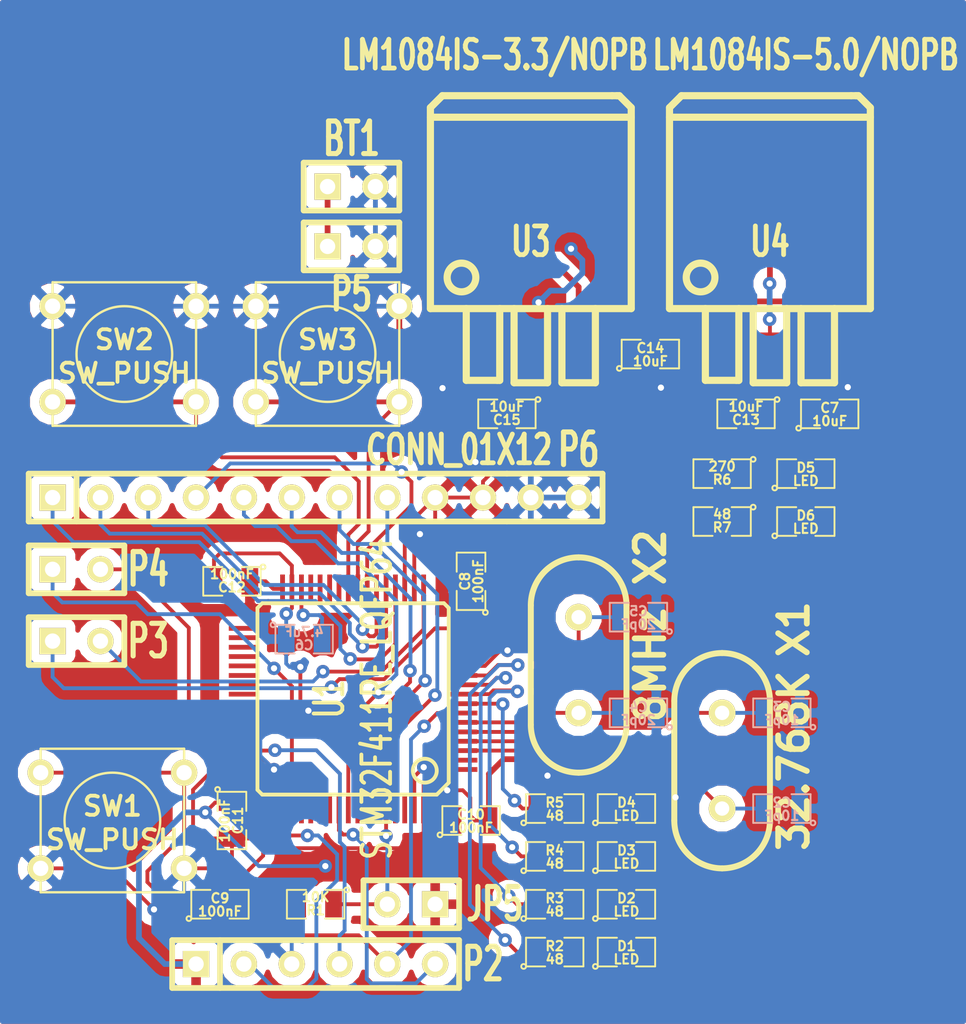
<source format=kicad_pcb>
(kicad_pcb (version 3) (host pcbnew "(2013-07-07 BZR 4022)-stable")
  (layers (15 F.Cu signal) (0 B.Cu signal) (18 B.Paste user) (19 F.Paste user) (20 B.SilkS user) (21 F.SilkS user) (22 B.Mask user) (23 F.Mask user) (28 Edge.Cuts user))
  (net 0 "")
  (net 1 +5V)
  (net 2 /MCU/BTN0)
  (net 3 /MCU/BTN1)
  (net 4 /MCU/GPIO0)
  (net 5 /MCU/GPIO1)
  (net 6 /MCU/GPIO2)
  (net 7 /MCU/GPIO3)
  (net 8 /MCU/GPIO4)
  (net 9 /MCU/GPIO5)
  (net 10 /MCU/GPIO6)
  (net 11 /MCU/GPIO7)
  (net 12 /MCU/JTCK-SWCLK)
  (net 13 /MCU/JTDO-SWO)
  (net 14 /MCU/JTMS-SWDIO)
  (net 15 /MCU/LED0)
  (net 16 /MCU/LED1)
  (net 17 /MCU/LED2)
  (net 18 /MCU/LED3)
  (net 19 /MCU/NRST)
  (net 20 /MCU/RADIO_RX)
  (net 21 /MCU/RADIO_TX)
  (net 22 /MCU/USART_RX)
  (net 23 /MCU/USART_TX)
  (net 24 /Sheet54375BB5/Vbatt)
  (net 25 3V3)
  (net 26 GND)
  (net 27 N-0000010)
  (net 28 N-0000011)
  (net 29 N-0000032)
  (net 30 N-0000033)
  (net 31 N-0000034)
  (net 32 N-0000035)
  (net 33 N-0000036)
  (net 34 N-0000062)
  (net 35 N-0000063)
  (net 36 N-0000064)
  (net 37 N-000008)
  (net 38 N-000009)
  (module SW_PUSH_SMALL (layer F.Cu) (at 75.565 90.805)
    (fp_text reference SW1 (at 0 -0.762) (layer F.SilkS) (effects (font (size 1.016 1.016) (thickness 0.2032))))
    (fp_text value SW_PUSH (at 0 1.016) (layer F.SilkS) (effects (font (size 1.016 1.016) (thickness 0.2032))))
    (pad 1 thru_hole circle (at 3.81 -2.54) (size 1.397 1.397) (drill 0.8128) (layers *.Cu *.Mask F.SilkS) (net 19 /MCU/NRST))
    (pad 2 thru_hole circle (at 3.81 2.54) (size 1.397 1.397) (drill 0.8128) (layers *.Cu *.Mask F.SilkS) (net 26 GND))
    (pad 1 thru_hole circle (at -3.81 -2.54) (size 1.397 1.397) (drill 0.8128) (layers *.Cu *.Mask F.SilkS) (net 19 /MCU/NRST))
    (pad 2 thru_hole circle (at -3.81 2.54) (size 1.397 1.397) (drill 0.8128) (layers *.Cu *.Mask F.SilkS) (net 26 GND))
  )
  (module SW_PUSH_SMALL (layer F.Cu) (at 76.2 66.04)
    (fp_text reference SW2 (at 0 -0.762) (layer F.SilkS) (effects (font (size 1.016 1.016) (thickness 0.2032))))
    (fp_text value SW_PUSH (at 0 1.016) (layer F.SilkS) (effects (font (size 1.016 1.016) (thickness 0.2032))))
    (pad 1 thru_hole circle (at 3.81 -2.54) (size 1.397 1.397) (drill 0.8128) (layers *.Cu *.Mask F.SilkS) (net 26 GND))
    (pad 2 thru_hole circle (at 3.81 2.54) (size 1.397 1.397) (drill 0.8128) (layers *.Cu *.Mask F.SilkS) (net 3 /MCU/BTN1))
    (pad 1 thru_hole circle (at -3.81 -2.54) (size 1.397 1.397) (drill 0.8128) (layers *.Cu *.Mask F.SilkS) (net 26 GND))
    (pad 2 thru_hole circle (at -3.81 2.54) (size 1.397 1.397) (drill 0.8128) (layers *.Cu *.Mask F.SilkS) (net 3 /MCU/BTN1))
  )
  (module SW_PUSH_SMALL (layer F.Cu) (at 86.995 66.04)
    (fp_text reference SW3 (at 0 -0.762) (layer F.SilkS) (effects (font (size 1.016 1.016) (thickness 0.2032))))
    (fp_text value SW_PUSH (at 0 1.016) (layer F.SilkS) (effects (font (size 1.016 1.016) (thickness 0.2032))))
    (pad 1 thru_hole circle (at 3.81 -2.54) (size 1.397 1.397) (drill 0.8128) (layers *.Cu *.Mask F.SilkS) (net 26 GND))
    (pad 2 thru_hole circle (at 3.81 2.54) (size 1.397 1.397) (drill 0.8128) (layers *.Cu *.Mask F.SilkS) (net 2 /MCU/BTN0))
    (pad 1 thru_hole circle (at -3.81 -2.54) (size 1.397 1.397) (drill 0.8128) (layers *.Cu *.Mask F.SilkS) (net 26 GND))
    (pad 2 thru_hole circle (at -3.81 2.54) (size 1.397 1.397) (drill 0.8128) (layers *.Cu *.Mask F.SilkS) (net 2 /MCU/BTN0))
  )
  (module SM0805 (layer F.Cu) (at 81.28 95.25)
    (fp_text reference C9 (at 0 -0.3175) (layer F.SilkS) (effects (font (size 0.50038 0.50038) (thickness 0.10922))))
    (fp_text value 100nF (at 0 0.381) (layer F.SilkS) (effects (font (size 0.50038 0.50038) (thickness 0.10922))))
    (pad 1 smd rect (at -0.9525 0) (size 0.889 1.397) (layers F.Cu F.Paste F.Mask) (net 19 /MCU/NRST))
    (pad 2 smd rect (at 0.9525 0) (size 0.889 1.397) (layers F.Cu F.Paste F.Mask) (net 26 GND))
  )
  (module SM0805 (layer F.Cu) (at 86.36 95.25 180)
    (fp_text reference R1 (at 0 -0.3175 180) (layer F.SilkS) (effects (font (size 0.50038 0.50038) (thickness 0.10922))))
    (fp_text value 10K (at 0 0.381 180) (layer F.SilkS) (effects (font (size 0.50038 0.50038) (thickness 0.10922))))
    (pad 1 smd rect (at -0.9525 0 180) (size 0.889 1.397) (layers F.Cu F.Paste F.Mask) (net 29 N-0000032))
    (pad 2 smd rect (at 0.9525 0 180) (size 0.889 1.397) (layers F.Cu F.Paste F.Mask) (net 26 GND))
  )
  (module SM0805 (layer F.Cu) (at 94.615 78.105 90)
    (fp_text reference C8 (at 0 -0.3175 90) (layer F.SilkS) (effects (font (size 0.50038 0.50038) (thickness 0.10922))))
    (fp_text value 100nF (at 0 0.381 90) (layer F.SilkS) (effects (font (size 0.50038 0.50038) (thickness 0.10922))))
    (pad 1 smd rect (at -0.9525 0 90) (size 0.889 1.397) (layers F.Cu F.Paste F.Mask) (net 25 3V3))
    (pad 2 smd rect (at 0.9525 0 90) (size 0.889 1.397) (layers F.Cu F.Paste F.Mask) (net 26 GND))
  )
  (module SM0805 (layer F.Cu) (at 94.615 90.805)
    (fp_text reference C10 (at 0 -0.3175) (layer F.SilkS) (effects (font (size 0.50038 0.50038) (thickness 0.10922))))
    (fp_text value 100nF (at 0 0.381) (layer F.SilkS) (effects (font (size 0.50038 0.50038) (thickness 0.10922))))
    (pad 1 smd rect (at -0.9525 0) (size 0.889 1.397) (layers F.Cu F.Paste F.Mask) (net 25 3V3))
    (pad 2 smd rect (at 0.9525 0) (size 0.889 1.397) (layers F.Cu F.Paste F.Mask) (net 26 GND))
  )
  (module SM0805 (layer F.Cu) (at 81.915 90.805 270)
    (fp_text reference C11 (at 0 -0.3175 270) (layer F.SilkS) (effects (font (size 0.50038 0.50038) (thickness 0.10922))))
    (fp_text value 100nF (at 0 0.381 270) (layer F.SilkS) (effects (font (size 0.50038 0.50038) (thickness 0.10922))))
    (pad 1 smd rect (at -0.9525 0 270) (size 0.889 1.397) (layers F.Cu F.Paste F.Mask) (net 25 3V3))
    (pad 2 smd rect (at 0.9525 0 270) (size 0.889 1.397) (layers F.Cu F.Paste F.Mask) (net 26 GND))
  )
  (module SM0805 (layer F.Cu) (at 81.915 78.105 180)
    (fp_text reference C12 (at 0 -0.3175 180) (layer F.SilkS) (effects (font (size 0.50038 0.50038) (thickness 0.10922))))
    (fp_text value 100nF (at 0 0.381 180) (layer F.SilkS) (effects (font (size 0.50038 0.50038) (thickness 0.10922))))
    (pad 1 smd rect (at -0.9525 0 180) (size 0.889 1.397) (layers F.Cu F.Paste F.Mask) (net 25 3V3))
    (pad 2 smd rect (at 0.9525 0 180) (size 0.889 1.397) (layers F.Cu F.Paste F.Mask) (net 26 GND))
  )
  (module SM0805 (layer B.Cu) (at 85.75 81.175)
    (fp_text reference C6 (at 0 0.3175) (layer B.SilkS) (effects (font (size 0.50038 0.50038) (thickness 0.10922)) (justify mirror)))
    (fp_text value 4.7uF (at 0 -0.381) (layer B.SilkS) (effects (font (size 0.50038 0.50038) (thickness 0.10922)) (justify mirror)))
    (pad 1 smd rect (at -0.9525 0) (size 0.889 1.397) (layers B.Cu B.Paste B.Mask) (net 26 GND))
    (pad 2 smd rect (at 0.9525 0) (size 0.889 1.397) (layers B.Cu B.Paste B.Mask) (net 34 N-0000062))
  )
  (module SM0805 (layer B.Cu) (at 103.505 85.09 180)
    (fp_text reference C4 (at 0 0.3175 180) (layer B.SilkS) (effects (font (size 0.50038 0.50038) (thickness 0.10922)) (justify mirror)))
    (fp_text value 20pF (at 0 -0.381 180) (layer B.SilkS) (effects (font (size 0.50038 0.50038) (thickness 0.10922)) (justify mirror)))
    (pad 1 smd rect (at -0.9525 0 180) (size 0.889 1.397) (layers B.Cu B.Paste B.Mask) (net 26 GND))
    (pad 2 smd rect (at 0.9525 0 180) (size 0.889 1.397) (layers B.Cu B.Paste B.Mask) (net 31 N-0000034))
  )
  (module SM0805 (layer F.Cu) (at 96.52 69.215 180)
    (fp_text reference C15 (at 0 -0.3175 180) (layer F.SilkS) (effects (font (size 0.50038 0.50038) (thickness 0.10922))))
    (fp_text value 10uF (at 0 0.381 180) (layer F.SilkS) (effects (font (size 0.50038 0.50038) (thickness 0.10922))))
    (pad 1 smd rect (at -0.9525 0 180) (size 0.889 1.397) (layers F.Cu F.Paste F.Mask) (net 25 3V3))
    (pad 2 smd rect (at 0.9525 0 180) (size 0.889 1.397) (layers F.Cu F.Paste F.Mask) (net 26 GND))
  )
  (module SM0805 (layer F.Cu) (at 104.14 66.04)
    (fp_text reference C14 (at 0 -0.3175) (layer F.SilkS) (effects (font (size 0.50038 0.50038) (thickness 0.10922))))
    (fp_text value 10uF (at 0 0.381) (layer F.SilkS) (effects (font (size 0.50038 0.50038) (thickness 0.10922))))
    (pad 1 smd rect (at -0.9525 0) (size 0.889 1.397) (layers F.Cu F.Paste F.Mask) (net 24 /Sheet54375BB5/Vbatt))
    (pad 2 smd rect (at 0.9525 0) (size 0.889 1.397) (layers F.Cu F.Paste F.Mask) (net 26 GND))
  )
  (module SM0805 (layer F.Cu) (at 112.395 74.93)
    (fp_text reference D6 (at 0 -0.3175) (layer F.SilkS) (effects (font (size 0.50038 0.50038) (thickness 0.10922))))
    (fp_text value LED (at 0 0.381) (layer F.SilkS) (effects (font (size 0.50038 0.50038) (thickness 0.10922))))
    (pad 1 smd rect (at -0.9525 0) (size 0.889 1.397) (layers F.Cu F.Paste F.Mask) (net 35 N-0000063))
    (pad 2 smd rect (at 0.9525 0) (size 0.889 1.397) (layers F.Cu F.Paste F.Mask) (net 26 GND))
  )
  (module SM0805 (layer F.Cu) (at 107.95 74.93 180)
    (fp_text reference R7 (at 0 -0.3175 180) (layer F.SilkS) (effects (font (size 0.50038 0.50038) (thickness 0.10922))))
    (fp_text value 48 (at 0 0.381 180) (layer F.SilkS) (effects (font (size 0.50038 0.50038) (thickness 0.10922))))
    (pad 1 smd rect (at -0.9525 0 180) (size 0.889 1.397) (layers F.Cu F.Paste F.Mask) (net 35 N-0000063))
    (pad 2 smd rect (at 0.9525 0 180) (size 0.889 1.397) (layers F.Cu F.Paste F.Mask) (net 25 3V3))
  )
  (module SM0805 (layer F.Cu) (at 113.665 69.215)
    (fp_text reference C7 (at 0 -0.3175) (layer F.SilkS) (effects (font (size 0.50038 0.50038) (thickness 0.10922))))
    (fp_text value 10uF (at 0 0.381) (layer F.SilkS) (effects (font (size 0.50038 0.50038) (thickness 0.10922))))
    (pad 1 smd rect (at -0.9525 0) (size 0.889 1.397) (layers F.Cu F.Paste F.Mask) (net 24 /Sheet54375BB5/Vbatt))
    (pad 2 smd rect (at 0.9525 0) (size 0.889 1.397) (layers F.Cu F.Paste F.Mask) (net 26 GND))
  )
  (module SM0805 (layer F.Cu) (at 109.22 69.215 180)
    (fp_text reference C13 (at 0 -0.3175 180) (layer F.SilkS) (effects (font (size 0.50038 0.50038) (thickness 0.10922))))
    (fp_text value 10uF (at 0 0.381 180) (layer F.SilkS) (effects (font (size 0.50038 0.50038) (thickness 0.10922))))
    (pad 1 smd rect (at -0.9525 0 180) (size 0.889 1.397) (layers F.Cu F.Paste F.Mask) (net 1 +5V))
    (pad 2 smd rect (at 0.9525 0 180) (size 0.889 1.397) (layers F.Cu F.Paste F.Mask) (net 26 GND))
  )
  (module SM0805 (layer F.Cu) (at 112.395 72.39)
    (fp_text reference D5 (at 0 -0.3175) (layer F.SilkS) (effects (font (size 0.50038 0.50038) (thickness 0.10922))))
    (fp_text value LED (at 0 0.381) (layer F.SilkS) (effects (font (size 0.50038 0.50038) (thickness 0.10922))))
    (pad 1 smd rect (at -0.9525 0) (size 0.889 1.397) (layers F.Cu F.Paste F.Mask) (net 36 N-0000064))
    (pad 2 smd rect (at 0.9525 0) (size 0.889 1.397) (layers F.Cu F.Paste F.Mask) (net 26 GND))
  )
  (module SM0805 (layer F.Cu) (at 107.95 72.39 180)
    (fp_text reference R6 (at 0 -0.3175 180) (layer F.SilkS) (effects (font (size 0.50038 0.50038) (thickness 0.10922))))
    (fp_text value 270 (at 0 0.381 180) (layer F.SilkS) (effects (font (size 0.50038 0.50038) (thickness 0.10922))))
    (pad 1 smd rect (at -0.9525 0 180) (size 0.889 1.397) (layers F.Cu F.Paste F.Mask) (net 36 N-0000064))
    (pad 2 smd rect (at 0.9525 0 180) (size 0.889 1.397) (layers F.Cu F.Paste F.Mask) (net 1 +5V))
  )
  (module SM0805 (layer B.Cu) (at 111.125 85.09 180)
    (fp_text reference C3 (at 0 0.3175 180) (layer B.SilkS) (effects (font (size 0.50038 0.50038) (thickness 0.10922)) (justify mirror)))
    (fp_text value 10pF (at 0 -0.381 180) (layer B.SilkS) (effects (font (size 0.50038 0.50038) (thickness 0.10922)) (justify mirror)))
    (pad 1 smd rect (at -0.9525 0 180) (size 0.889 1.397) (layers B.Cu B.Paste B.Mask) (net 26 GND))
    (pad 2 smd rect (at 0.9525 0 180) (size 0.889 1.397) (layers B.Cu B.Paste B.Mask) (net 32 N-0000035))
  )
  (module SM0805 (layer B.Cu) (at 111.125 90.17 180)
    (fp_text reference C2 (at 0 0.3175 180) (layer B.SilkS) (effects (font (size 0.50038 0.50038) (thickness 0.10922)) (justify mirror)))
    (fp_text value 10pF (at 0 -0.381 180) (layer B.SilkS) (effects (font (size 0.50038 0.50038) (thickness 0.10922)) (justify mirror)))
    (pad 1 smd rect (at -0.9525 0 180) (size 0.889 1.397) (layers B.Cu B.Paste B.Mask) (net 26 GND))
    (pad 2 smd rect (at 0.9525 0 180) (size 0.889 1.397) (layers B.Cu B.Paste B.Mask) (net 33 N-0000036))
  )
  (module SM0805 (layer F.Cu) (at 99.06 90.17)
    (fp_text reference R5 (at 0 -0.3175) (layer F.SilkS) (effects (font (size 0.50038 0.50038) (thickness 0.10922))))
    (fp_text value 48 (at 0 0.381) (layer F.SilkS) (effects (font (size 0.50038 0.50038) (thickness 0.10922))))
    (pad 1 smd rect (at -0.9525 0) (size 0.889 1.397) (layers F.Cu F.Paste F.Mask) (net 15 /MCU/LED0))
    (pad 2 smd rect (at 0.9525 0) (size 0.889 1.397) (layers F.Cu F.Paste F.Mask) (net 37 N-000008))
  )
  (module SM0805 (layer F.Cu) (at 99.06 92.71)
    (fp_text reference R4 (at 0 -0.3175) (layer F.SilkS) (effects (font (size 0.50038 0.50038) (thickness 0.10922))))
    (fp_text value 48 (at 0 0.381) (layer F.SilkS) (effects (font (size 0.50038 0.50038) (thickness 0.10922))))
    (pad 1 smd rect (at -0.9525 0) (size 0.889 1.397) (layers F.Cu F.Paste F.Mask) (net 16 /MCU/LED1))
    (pad 2 smd rect (at 0.9525 0) (size 0.889 1.397) (layers F.Cu F.Paste F.Mask) (net 38 N-000009))
  )
  (module SM0805 (layer F.Cu) (at 99.06 95.25)
    (fp_text reference R3 (at 0 -0.3175) (layer F.SilkS) (effects (font (size 0.50038 0.50038) (thickness 0.10922))))
    (fp_text value 48 (at 0 0.381) (layer F.SilkS) (effects (font (size 0.50038 0.50038) (thickness 0.10922))))
    (pad 1 smd rect (at -0.9525 0) (size 0.889 1.397) (layers F.Cu F.Paste F.Mask) (net 17 /MCU/LED2))
    (pad 2 smd rect (at 0.9525 0) (size 0.889 1.397) (layers F.Cu F.Paste F.Mask) (net 27 N-0000010))
  )
  (module SM0805 (layer F.Cu) (at 99.06 97.79)
    (fp_text reference R2 (at 0 -0.3175) (layer F.SilkS) (effects (font (size 0.50038 0.50038) (thickness 0.10922))))
    (fp_text value 48 (at 0 0.381) (layer F.SilkS) (effects (font (size 0.50038 0.50038) (thickness 0.10922))))
    (pad 1 smd rect (at -0.9525 0) (size 0.889 1.397) (layers F.Cu F.Paste F.Mask) (net 18 /MCU/LED3))
    (pad 2 smd rect (at 0.9525 0) (size 0.889 1.397) (layers F.Cu F.Paste F.Mask) (net 28 N-0000011))
  )
  (module SM0805 (layer F.Cu) (at 102.87 90.17)
    (fp_text reference D4 (at 0 -0.3175) (layer F.SilkS) (effects (font (size 0.50038 0.50038) (thickness 0.10922))))
    (fp_text value LED (at 0 0.381) (layer F.SilkS) (effects (font (size 0.50038 0.50038) (thickness 0.10922))))
    (pad 1 smd rect (at -0.9525 0) (size 0.889 1.397) (layers F.Cu F.Paste F.Mask) (net 37 N-000008))
    (pad 2 smd rect (at 0.9525 0) (size 0.889 1.397) (layers F.Cu F.Paste F.Mask) (net 26 GND))
  )
  (module SM0805 (layer F.Cu) (at 102.87 97.79)
    (fp_text reference D1 (at 0 -0.3175) (layer F.SilkS) (effects (font (size 0.50038 0.50038) (thickness 0.10922))))
    (fp_text value LED (at 0 0.381) (layer F.SilkS) (effects (font (size 0.50038 0.50038) (thickness 0.10922))))
    (pad 1 smd rect (at -0.9525 0) (size 0.889 1.397) (layers F.Cu F.Paste F.Mask) (net 28 N-0000011))
    (pad 2 smd rect (at 0.9525 0) (size 0.889 1.397) (layers F.Cu F.Paste F.Mask) (net 26 GND))
  )
  (module SM0805 (layer F.Cu) (at 102.87 95.25)
    (fp_text reference D2 (at 0 -0.3175) (layer F.SilkS) (effects (font (size 0.50038 0.50038) (thickness 0.10922))))
    (fp_text value LED (at 0 0.381) (layer F.SilkS) (effects (font (size 0.50038 0.50038) (thickness 0.10922))))
    (pad 1 smd rect (at -0.9525 0) (size 0.889 1.397) (layers F.Cu F.Paste F.Mask) (net 27 N-0000010))
    (pad 2 smd rect (at 0.9525 0) (size 0.889 1.397) (layers F.Cu F.Paste F.Mask) (net 26 GND))
  )
  (module SM0805 (layer F.Cu) (at 102.87 92.71)
    (fp_text reference D3 (at 0 -0.3175) (layer F.SilkS) (effects (font (size 0.50038 0.50038) (thickness 0.10922))))
    (fp_text value LED (at 0 0.381) (layer F.SilkS) (effects (font (size 0.50038 0.50038) (thickness 0.10922))))
    (pad 1 smd rect (at -0.9525 0) (size 0.889 1.397) (layers F.Cu F.Paste F.Mask) (net 38 N-000009))
    (pad 2 smd rect (at 0.9525 0) (size 0.889 1.397) (layers F.Cu F.Paste F.Mask) (net 26 GND))
  )
  (module SIL-6 (layer F.Cu) (at 86.36 98.425)
    (fp_text reference P2 (at 8.89 0) (layer F.SilkS) (effects (font (size 1.72974 1.08712) (thickness 0.3048))))
    (fp_text value CONN_6 hide)
    (pad 1 thru_hole rect (at -6.35 0) (size 1.397 1.397) (drill 0.8128) (layers *.Cu *.Mask F.SilkS) (net 25 3V3))
    (pad 2 thru_hole circle (at -3.81 0) (size 1.397 1.397) (drill 0.8128) (layers *.Cu *.Mask F.SilkS) (net 12 /MCU/JTCK-SWCLK))
    (pad 3 thru_hole circle (at -1.27 0) (size 1.397 1.397) (drill 0.8128) (layers *.Cu *.Mask F.SilkS) (net 26 GND))
    (pad 4 thru_hole circle (at 1.27 0) (size 1.397 1.397) (drill 0.8128) (layers *.Cu *.Mask F.SilkS) (net 14 /MCU/JTMS-SWDIO))
    (pad 5 thru_hole circle (at 3.81 0) (size 1.397 1.397) (drill 0.8128) (layers *.Cu *.Mask F.SilkS) (net 19 /MCU/NRST))
    (pad 6 thru_hole circle (at 6.35 0) (size 1.397 1.397) (drill 0.8128) (layers *.Cu *.Mask F.SilkS) (net 13 /MCU/JTDO-SWO))
  )
  (module SIL-2 (layer F.Cu) (at 88.265 57.15)
    (fp_text reference BT1 (at 0 -2.54) (layer F.SilkS) (effects (font (size 1.72974 1.08712) (thickness 0.3048))))
    (fp_text value BATTERY hide)
    (pad 1 thru_hole rect (at -1.27 0) (size 1.397 1.397) (drill 0.8128) (layers *.Cu *.Mask F.SilkS) (net 24 /Sheet54375BB5/Vbatt))
    (pad 2 thru_hole circle (at 1.27 0) (size 1.397 1.397) (drill 0.8128) (layers *.Cu *.Mask F.SilkS) (net 26 GND))
  )
  (module SIL-2 (layer F.Cu) (at 88.265 60.325)
    (fp_text reference P5 (at 0 2.54) (layer F.SilkS) (effects (font (size 1.72974 1.08712) (thickness 0.3048))))
    (fp_text value CONN_01X02 hide)
    (pad 1 thru_hole rect (at -1.27 0) (size 1.397 1.397) (drill 0.8128) (layers *.Cu *.Mask F.SilkS) (net 24 /Sheet54375BB5/Vbatt))
    (pad 2 thru_hole circle (at 1.27 0) (size 1.397 1.397) (drill 0.8128) (layers *.Cu *.Mask F.SilkS) (net 26 GND))
  )
  (module SIL-2 (layer F.Cu) (at 91.44 95.25 180)
    (fp_text reference JP5 (at -4.445 0 180) (layer F.SilkS) (effects (font (size 1.72974 1.08712) (thickness 0.3048))))
    (fp_text value JUMPER hide)
    (pad 1 thru_hole rect (at -1.27 0 180) (size 1.397 1.397) (drill 0.8128) (layers *.Cu *.Mask F.SilkS) (net 25 3V3))
    (pad 2 thru_hole circle (at 1.27 0 180) (size 1.397 1.397) (drill 0.8128) (layers *.Cu *.Mask F.SilkS) (net 29 N-0000032))
  )
  (module SIL-2 (layer F.Cu) (at 73.66 77.47)
    (fp_text reference P4 (at 3.81 0) (layer F.SilkS) (effects (font (size 1.72974 1.08712) (thickness 0.3048))))
    (fp_text value CONN_2 hide)
    (pad 1 thru_hole rect (at -1.27 0) (size 1.397 1.397) (drill 0.8128) (layers *.Cu *.Mask F.SilkS) (net 21 /MCU/RADIO_TX))
    (pad 2 thru_hole circle (at 1.27 0) (size 1.397 1.397) (drill 0.8128) (layers *.Cu *.Mask F.SilkS) (net 20 /MCU/RADIO_RX))
  )
  (module SIL-2 (layer F.Cu) (at 73.66 81.28)
    (fp_text reference P3 (at 3.81 0) (layer F.SilkS) (effects (font (size 1.72974 1.08712) (thickness 0.3048))))
    (fp_text value CONN_2 hide)
    (pad 1 thru_hole rect (at -1.27 0) (size 1.397 1.397) (drill 0.8128) (layers *.Cu *.Mask F.SilkS) (net 23 /MCU/USART_TX))
    (pad 2 thru_hole circle (at 1.27 0) (size 1.397 1.397) (drill 0.8128) (layers *.Cu *.Mask F.SilkS) (net 22 /MCU/USART_RX))
  )
  (module SIL-12 (layer F.Cu) (at 86.36 73.66)
    (fp_text reference P6 (at 13.97 -2.54) (layer F.SilkS) (effects (font (size 1.72974 1.08712) (thickness 0.3048))))
    (fp_text value CONN_01X12 (at 7.62 -2.54) (layer F.SilkS) (effects (font (size 1.524 1.016) (thickness 0.3048))))
    (pad 1 thru_hole rect (at -13.97 0) (size 1.397 1.397) (drill 0.8128) (layers *.Cu *.Mask F.SilkS) (net 4 /MCU/GPIO0))
    (pad 2 thru_hole circle (at -11.43 0) (size 1.397 1.397) (drill 0.8128) (layers *.Cu *.Mask F.SilkS) (net 5 /MCU/GPIO1))
    (pad 3 thru_hole circle (at -8.89 0) (size 1.397 1.397) (drill 0.8128) (layers *.Cu *.Mask F.SilkS) (net 6 /MCU/GPIO2))
    (pad 4 thru_hole circle (at -6.35 0) (size 1.397 1.397) (drill 0.8128) (layers *.Cu *.Mask F.SilkS) (net 7 /MCU/GPIO3))
    (pad 5 thru_hole circle (at -3.81 0) (size 1.397 1.397) (drill 0.8128) (layers *.Cu *.Mask F.SilkS) (net 8 /MCU/GPIO4))
    (pad 6 thru_hole circle (at -1.27 0) (size 1.397 1.397) (drill 0.8128) (layers *.Cu *.Mask F.SilkS) (net 9 /MCU/GPIO5))
    (pad 7 thru_hole circle (at 1.27 0) (size 1.397 1.397) (drill 0.8128) (layers *.Cu *.Mask F.SilkS) (net 10 /MCU/GPIO6))
    (pad 8 thru_hole circle (at 3.81 0) (size 1.397 1.397) (drill 0.8128) (layers *.Cu *.Mask F.SilkS) (net 11 /MCU/GPIO7))
    (pad 9 thru_hole circle (at 6.35 0) (size 1.397 1.397) (drill 0.8128) (layers *.Cu *.Mask F.SilkS) (net 25 3V3))
    (pad 10 thru_hole circle (at 8.89 0) (size 1.397 1.397) (drill 0.8128) (layers *.Cu *.Mask F.SilkS) (net 25 3V3))
    (pad 11 thru_hole circle (at 11.43 0) (size 1.397 1.397) (drill 0.8128) (layers *.Cu *.Mask F.SilkS) (net 26 GND))
    (pad 12 thru_hole circle (at 13.97 0) (size 1.397 1.397) (drill 0.8128) (layers *.Cu *.Mask F.SilkS) (net 26 GND))
  )
  (module HC-49V (layer F.Cu) (at 100.33 82.55 90)
    (fp_text reference X2 (at 5.715 3.81 90) (layer F.SilkS) (effects (font (size 1.524 1.524) (thickness 0.3048))))
    (fp_text value 8MHz (at 0 3.81 90) (layer F.SilkS) (effects (font (size 1.524 1.524) (thickness 0.3048))))
    (pad 1 thru_hole circle (at -2.54 0 90) (size 1.4224 1.4224) (drill 0.762) (layers *.Cu *.Mask F.SilkS) (net 31 N-0000034))
    (pad 2 thru_hole circle (at 2.54 0 90) (size 1.4224 1.4224) (drill 0.762) (layers *.Cu *.Mask F.SilkS) (net 30 N-0000033))
  )
  (module TO263 (layer F.Cu) (at 97.79 66.04)
    (fp_text reference U3 (at 0 -5.969) (layer F.SilkS) (effects (font (size 1.524 1.016) (thickness 0.254))))
    (fp_text value LM1084IS-3.3/NOPB (at -1.905 -15.875) (layer F.SilkS) (effects (font (size 1.524 1.016) (thickness 0.254))))
    (pad 1 smd rect (at -2.54 0) (size 1.143 2.286) (layers F.Cu F.Paste F.Mask) (net 26 GND))
    (pad 2 smd rect (at 0 -10.795) (size 10.80008 6.9977) (layers F.Cu F.Paste F.Mask) (net 25 3V3))
    (pad 3 smd rect (at 2.54 0) (size 1.143 2.286) (layers F.Cu F.Paste F.Mask) (net 24 /Sheet54375BB5/Vbatt))
    (pad 2 smd rect (at 0 0) (size 1.143 2.286) (layers F.Cu F.Paste F.Mask) (net 25 3V3))
  )
  (module TO263 (layer F.Cu) (at 110.49 66.04)
    (fp_text reference U4 (at 0 -5.969) (layer F.SilkS) (effects (font (size 1.524 1.016) (thickness 0.254))))
    (fp_text value LM1084IS-5.0/NOPB (at 1.905 -15.875) (layer F.SilkS) (effects (font (size 1.524 1.016) (thickness 0.254))))
    (pad 1 smd rect (at -2.54 0) (size 1.143 2.286) (layers F.Cu F.Paste F.Mask) (net 26 GND))
    (pad 2 smd rect (at 0 -10.795) (size 10.80008 6.9977) (layers F.Cu F.Paste F.Mask) (net 1 +5V))
    (pad 3 smd rect (at 2.54 0) (size 1.143 2.286) (layers F.Cu F.Paste F.Mask) (net 24 /Sheet54375BB5/Vbatt))
    (pad 2 smd rect (at 0 0) (size 1.143 2.286) (layers F.Cu F.Paste F.Mask) (net 1 +5V))
  )
  (module SM0805 (layer B.Cu) (at 103.505 80.01 180)
    (fp_text reference C5 (at 0 0.3175 180) (layer B.SilkS) (effects (font (size 0.50038 0.50038) (thickness 0.10922)) (justify mirror)))
    (fp_text value 20pF (at 0 -0.381 180) (layer B.SilkS) (effects (font (size 0.50038 0.50038) (thickness 0.10922)) (justify mirror)))
    (pad 1 smd rect (at -0.9525 0 180) (size 0.889 1.397) (layers B.Cu B.Paste B.Mask) (net 26 GND))
    (pad 2 smd rect (at 0.9525 0 180) (size 0.889 1.397) (layers B.Cu B.Paste B.Mask) (net 30 N-0000033))
  )
  (module HC-49V (layer F.Cu) (at 107.95 87.63 90)
    (fp_text reference X1 (at 6.985 3.81 90) (layer F.SilkS) (effects (font (size 1.524 1.524) (thickness 0.3048))))
    (fp_text value 32.768K (at 0 3.81 90) (layer F.SilkS) (effects (font (size 1.524 1.524) (thickness 0.3048))))
    (pad 1 thru_hole circle (at -2.54 0 90) (size 1.4224 1.4224) (drill 0.762) (layers *.Cu *.Mask F.SilkS) (net 33 N-0000036))
    (pad 2 thru_hole circle (at 2.54 0 90) (size 1.4224 1.4224) (drill 0.762) (layers *.Cu *.Mask F.SilkS) (net 32 N-0000035))
  )
  (module VQFP64 (layer F.Cu) (at 88.35 84.35 90)
    (fp_text reference U1 (at 0 -1.26746 90) (layer F.SilkS) (effects (font (size 1.524 1.016) (thickness 0.2032))))
    (fp_text value STM32F411RE_LQFP64 (at 0 1.27 90) (layer F.SilkS) (effects (font (size 1.524 1.016) (thickness 0.2032))))
    (pad 54 smd rect (at -5.842 -1.2446 90) (size 1.524 0.254) (layers F.Cu F.Paste F.Mask))
    (pad 55 smd rect (at -5.842 -0.7493 90) (size 1.524 0.254) (layers F.Cu F.Paste F.Mask) (net 13 /MCU/JTDO-SWO))
    (pad 56 smd rect (at -5.842 -0.254 90) (size 1.524 0.254) (layers F.Cu F.Paste F.Mask) (net 8 /MCU/GPIO4))
    (pad 57 smd rect (at -5.842 0.254 90) (size 1.524 0.254) (layers F.Cu F.Paste F.Mask) (net 9 /MCU/GPIO5))
    (pad 58 smd rect (at -5.842 0.7493 90) (size 1.524 0.254) (layers F.Cu F.Paste F.Mask) (net 10 /MCU/GPIO6))
    (pad 59 smd rect (at -5.842 1.2446 90) (size 1.524 0.254) (layers F.Cu F.Paste F.Mask) (net 11 /MCU/GPIO7))
    (pad 60 smd rect (at -5.842 1.7526 90) (size 1.524 0.254) (layers F.Cu F.Paste F.Mask) (net 29 N-0000032))
    (pad 61 smd rect (at -5.842 2.2479 90) (size 1.524 0.254) (layers F.Cu F.Paste F.Mask))
    (pad 62 smd rect (at -5.842 2.7432 90) (size 1.524 0.254) (layers F.Cu F.Paste F.Mask))
    (pad 63 smd rect (at -5.842 3.2512 90) (size 1.524 0.254) (layers F.Cu F.Paste F.Mask) (net 26 GND))
    (pad 64 smd rect (at -5.842 3.7465 90) (size 1.524 0.254) (layers F.Cu F.Paste F.Mask) (net 25 3V3))
    (pad 27 smd rect (at 5.842 -1.2446 90) (size 1.524 0.254) (layers F.Cu F.Paste F.Mask))
    (pad 26 smd rect (at 5.842 -0.7493 90) (size 1.524 0.254) (layers F.Cu F.Paste F.Mask))
    (pad 25 smd rect (at 5.842 -0.254 90) (size 1.524 0.254) (layers F.Cu F.Paste F.Mask) (net 3 /MCU/BTN1))
    (pad 24 smd rect (at 5.842 0.254 90) (size 1.524 0.254) (layers F.Cu F.Paste F.Mask) (net 2 /MCU/BTN0))
    (pad 23 smd rect (at 5.842 0.7493 90) (size 1.524 0.254) (layers F.Cu F.Paste F.Mask) (net 7 /MCU/GPIO3))
    (pad 22 smd rect (at 5.842 1.2446 90) (size 1.524 0.254) (layers F.Cu F.Paste F.Mask) (net 6 /MCU/GPIO2))
    (pad 21 smd rect (at 5.842 1.7526 90) (size 1.524 0.254) (layers F.Cu F.Paste F.Mask) (net 5 /MCU/GPIO1))
    (pad 20 smd rect (at 5.842 2.2479 90) (size 1.524 0.254) (layers F.Cu F.Paste F.Mask) (net 4 /MCU/GPIO0))
    (pad 19 smd rect (at 5.842 2.7432 90) (size 1.524 0.254) (layers F.Cu F.Paste F.Mask) (net 25 3V3))
    (pad 18 smd rect (at 5.842 3.2512 90) (size 1.524 0.254) (layers F.Cu F.Paste F.Mask) (net 26 GND))
    (pad 17 smd rect (at 5.842 3.7465 90) (size 1.524 0.254) (layers F.Cu F.Paste F.Mask) (net 22 /MCU/USART_RX))
    (pad 48 smd rect (at -3.7465 -5.842 90) (size 0.254 1.524) (layers F.Cu F.Paste F.Mask) (net 25 3V3))
    (pad 47 smd rect (at -3.2512 -5.842 90) (size 0.254 1.524) (layers F.Cu F.Paste F.Mask) (net 26 GND))
    (pad 46 smd rect (at -2.7432 -5.842 90) (size 0.254 1.524) (layers F.Cu F.Paste F.Mask) (net 14 /MCU/JTMS-SWDIO))
    (pad 45 smd rect (at -2.2479 -5.842 90) (size 0.254 1.524) (layers F.Cu F.Paste F.Mask))
    (pad 44 smd rect (at -1.7526 -5.842 90) (size 0.254 1.524) (layers F.Cu F.Paste F.Mask))
    (pad 43 smd rect (at -1.2446 -5.842 90) (size 0.254 1.524) (layers F.Cu F.Paste F.Mask) (net 20 /MCU/RADIO_RX))
    (pad 42 smd rect (at -0.7493 -5.842 90) (size 0.254 1.524) (layers F.Cu F.Paste F.Mask))
    (pad 41 smd rect (at -0.254 -5.842 90) (size 0.254 1.524) (layers F.Cu F.Paste F.Mask))
    (pad 40 smd rect (at 0.254 -5.842 90) (size 0.254 1.524) (layers F.Cu F.Paste F.Mask))
    (pad 39 smd rect (at 0.7493 -5.842 90) (size 0.254 1.524) (layers F.Cu F.Paste F.Mask))
    (pad 38 smd rect (at 1.2446 -5.842 90) (size 0.254 1.524) (layers F.Cu F.Paste F.Mask))
    (pad 11 smd rect (at 1.2446 5.842 90) (size 0.254 1.524) (layers F.Cu F.Paste F.Mask) (net 18 /MCU/LED3))
    (pad 10 smd rect (at 0.7493 5.842 90) (size 0.254 1.524) (layers F.Cu F.Paste F.Mask) (net 17 /MCU/LED2))
    (pad 9 smd rect (at 0.254 5.842 90) (size 0.254 1.524) (layers F.Cu F.Paste F.Mask) (net 16 /MCU/LED1))
    (pad 8 smd rect (at -0.254 5.842 90) (size 0.254 1.524) (layers F.Cu F.Paste F.Mask) (net 15 /MCU/LED0))
    (pad 7 smd rect (at -0.7493 5.842 90) (size 0.254 1.524) (layers F.Cu F.Paste F.Mask) (net 19 /MCU/NRST))
    (pad 6 smd rect (at -1.2446 5.842 90) (size 0.254 1.524) (layers F.Cu F.Paste F.Mask) (net 30 N-0000033))
    (pad 5 smd rect (at -1.7526 5.842 90) (size 0.254 1.524) (layers F.Cu F.Paste F.Mask) (net 31 N-0000034))
    (pad 4 smd rect (at -2.2479 5.842 90) (size 0.254 1.524) (layers F.Cu F.Paste F.Mask) (net 32 N-0000035))
    (pad 3 smd rect (at -2.7432 5.842 90) (size 0.254 1.524) (layers F.Cu F.Paste F.Mask) (net 33 N-0000036))
    (pad 2 smd rect (at -3.2512 5.842 90) (size 0.254 1.524) (layers F.Cu F.Paste F.Mask))
    (pad 1 smd rect (at -3.7465 5.842 90) (size 0.254 1.524) (layers F.Cu F.Paste F.Mask) (net 25 3V3))
    (pad 12 smd rect (at 1.7526 5.842 90) (size 0.254 1.524) (layers F.Cu F.Paste F.Mask) (net 26 GND))
    (pad 13 smd rect (at 2.2479 5.842 90) (size 0.254 1.524) (layers F.Cu F.Paste F.Mask) (net 25 3V3))
    (pad 14 smd rect (at 2.7432 5.842 90) (size 0.254 1.524) (layers F.Cu F.Paste F.Mask))
    (pad 15 smd rect (at 3.2512 5.842 90) (size 0.254 1.524) (layers F.Cu F.Paste F.Mask))
    (pad 16 smd rect (at 3.7465 5.842 90) (size 0.254 1.524) (layers F.Cu F.Paste F.Mask) (net 23 /MCU/USART_TX))
    (pad 33 smd rect (at 3.7465 -5.842 90) (size 0.254 1.524) (layers F.Cu F.Paste F.Mask))
    (pad 34 smd rect (at 3.2512 -5.842 90) (size 0.254 1.524) (layers F.Cu F.Paste F.Mask))
    (pad 35 smd rect (at 2.7432 -5.842 90) (size 0.254 1.524) (layers F.Cu F.Paste F.Mask))
    (pad 36 smd rect (at 2.2479 -5.842 90) (size 0.254 1.524) (layers F.Cu F.Paste F.Mask))
    (pad 37 smd rect (at 1.7526 -5.842 90) (size 0.254 1.524) (layers F.Cu F.Paste F.Mask))
    (pad 28 smd rect (at 5.842 -1.7526 90) (size 1.524 0.254) (layers F.Cu F.Paste F.Mask))
    (pad 29 smd rect (at 5.842 -2.2479 90) (size 1.524 0.254) (layers F.Cu F.Paste F.Mask))
    (pad 30 smd rect (at 5.842 -2.7432 90) (size 1.524 0.254) (layers F.Cu F.Paste F.Mask) (net 34 N-0000062))
    (pad 31 smd rect (at 5.842 -3.2512 90) (size 1.524 0.254) (layers F.Cu F.Paste F.Mask) (net 26 GND))
    (pad 32 smd rect (at 5.842 -3.7465 90) (size 1.524 0.254) (layers F.Cu F.Paste F.Mask) (net 25 3V3))
    (pad 53 smd rect (at -5.842 -1.7526 90) (size 1.524 0.254) (layers F.Cu F.Paste F.Mask))
    (pad 52 smd rect (at -5.842 -2.2479 90) (size 1.524 0.254) (layers F.Cu F.Paste F.Mask))
    (pad 51 smd rect (at -5.842 -2.7432 90) (size 1.524 0.254) (layers F.Cu F.Paste F.Mask))
    (pad 50 smd rect (at -5.842 -3.2512 90) (size 1.524 0.254) (layers F.Cu F.Paste F.Mask) (net 21 /MCU/RADIO_TX))
    (pad 49 smd rect (at -5.842 -3.7465 90) (size 1.524 0.254) (layers F.Cu F.Paste F.Mask) (net 12 /MCU/JTCK-SWCLK))
  )
  (segment (start 110.49 55.245) (end 110.49 62.285) (width 0.3048) (layer F.Cu) (net 1))
  (segment (start 110.49 64.215) (end 110.49 66.04) (width 0.2032) (layer F.Cu) (net 1))
  (segment (start 110.475 64.2) (end 110.49 64.215) (width 0.2032) (layer F.Cu) (net 1))
  (via (at 110.475 64.2) (size 0.7112) (drill 0.3302) (layers F.Cu B.Cu) (net 1))
  (segment (start 110.475 62.3) (end 110.475 64.2) (width 0.3048) (layer B.Cu) (net 1))
  (via (at 110.475 62.3) (size 0.7112) (drill 0.3302) (layers F.Cu B.Cu) (net 1))
  (segment (start 110.49 62.285) (end 110.475 62.3) (width 0.2032) (layer F.Cu) (net 1))
  (segment (start 110.1725 69.215) (end 110.1725 70.1675) (width 0.2032) (layer F.Cu) (net 1))
  (segment (start 106.9975 71.0565) (end 106.9975 72.39) (width 0.2032) (layer F.Cu) (net 1))
  (segment (start 107.188 70.866) (end 106.9975 71.0565) (width 0.2032) (layer F.Cu) (net 1))
  (segment (start 109.474 70.866) (end 107.188 70.866) (width 0.2032) (layer F.Cu) (net 1))
  (segment (start 110.1725 70.1675) (end 109.474 70.866) (width 0.2032) (layer F.Cu) (net 1))
  (segment (start 110.49 66.04) (end 110.49 67.818) (width 0.3048) (layer F.Cu) (net 1))
  (segment (start 110.1725 68.1355) (end 110.1725 69.215) (width 0.3048) (layer F.Cu) (net 1))
  (segment (start 110.49 67.818) (end 110.1725 68.1355) (width 0.3048) (layer F.Cu) (net 1))
  (segment (start 88.604 78.508) (end 88.604 76.021) (width 0.2032) (layer F.Cu) (net 2))
  (segment (start 89.175 70.21) (end 90.805 68.58) (width 0.2032) (layer F.Cu) (net 2))
  (segment (start 89.175 75.45) (end 89.175 70.21) (width 0.2032) (layer F.Cu) (net 2))
  (segment (start 88.604 76.021) (end 89.175 75.45) (width 0.2032) (layer F.Cu) (net 2))
  (segment (start 83.185 68.58) (end 90.805 68.58) (width 0.254) (layer F.Cu) (net 2))
  (segment (start 88.096 78.508) (end 88.096 75.629) (width 0.2032) (layer F.Cu) (net 3))
  (segment (start 80.01 70.16) (end 80.01 68.58) (width 0.2032) (layer F.Cu) (net 3))
  (segment (start 81.375 71.525) (end 80.01 70.16) (width 0.2032) (layer F.Cu) (net 3))
  (segment (start 87.375 71.525) (end 81.375 71.525) (width 0.2032) (layer F.Cu) (net 3))
  (segment (start 88.65 72.8) (end 87.375 71.525) (width 0.2032) (layer F.Cu) (net 3))
  (segment (start 88.65 75.075) (end 88.65 72.8) (width 0.2032) (layer F.Cu) (net 3))
  (segment (start 88.096 75.629) (end 88.65 75.075) (width 0.2032) (layer F.Cu) (net 3))
  (segment (start 72.39 68.58) (end 80.01 68.58) (width 0.254) (layer F.Cu) (net 3))
  (segment (start 72.39 73.66) (end 72.39 74.915) (width 0.2032) (layer B.Cu) (net 4))
  (segment (start 90.5979 81.4271) (end 90.5979 78.508) (width 0.2032) (layer F.Cu) (net 4))
  (segment (start 89.775 82.25) (end 90.5979 81.4271) (width 0.2032) (layer F.Cu) (net 4))
  (segment (start 88.225 82.25) (end 89.775 82.25) (width 0.2032) (layer F.Cu) (net 4))
  (segment (start 88.2 82.225) (end 88.225 82.25) (width 0.2032) (layer F.Cu) (net 4))
  (via (at 88.2 82.225) (size 0.7112) (drill 0.3302) (layers F.Cu B.Cu) (net 4))
  (segment (start 87.675 81.7) (end 88.2 82.225) (width 0.2032) (layer B.Cu) (net 4))
  (segment (start 87.675 80.475) (end 87.675 81.7) (width 0.2032) (layer B.Cu) (net 4))
  (segment (start 86.35 79.15) (end 87.675 80.475) (width 0.2032) (layer B.Cu) (net 4))
  (segment (start 83.3 79.15) (end 86.35 79.15) (width 0.2032) (layer B.Cu) (net 4))
  (segment (start 80.175 76.025) (end 83.3 79.15) (width 0.2032) (layer B.Cu) (net 4))
  (segment (start 73.5 76.025) (end 80.175 76.025) (width 0.2032) (layer B.Cu) (net 4))
  (segment (start 72.39 74.915) (end 73.5 76.025) (width 0.2032) (layer B.Cu) (net 4))
  (segment (start 90.1026 78.508) (end 90.1026 81.0474) (width 0.2032) (layer F.Cu) (net 5))
  (segment (start 74.93 75.08) (end 74.93 73.66) (width 0.2032) (layer B.Cu) (net 5))
  (segment (start 75.425 75.575) (end 74.93 75.08) (width 0.2032) (layer B.Cu) (net 5))
  (segment (start 80.325 75.575) (end 75.425 75.575) (width 0.2032) (layer B.Cu) (net 5))
  (segment (start 83.5 78.75) (end 80.325 75.575) (width 0.2032) (layer B.Cu) (net 5))
  (segment (start 86.6 78.75) (end 83.5 78.75) (width 0.2032) (layer B.Cu) (net 5))
  (segment (start 88.175 80.325) (end 86.6 78.75) (width 0.2032) (layer B.Cu) (net 5))
  (segment (start 88.175 80.9) (end 88.175 80.325) (width 0.2032) (layer B.Cu) (net 5))
  (segment (start 88.85 81.575) (end 88.175 80.9) (width 0.2032) (layer B.Cu) (net 5))
  (via (at 88.85 81.575) (size 0.7112) (drill 0.3302) (layers F.Cu B.Cu) (net 5))
  (segment (start 89.575 81.575) (end 88.85 81.575) (width 0.2032) (layer F.Cu) (net 5))
  (segment (start 90.1026 81.0474) (end 89.575 81.575) (width 0.2032) (layer F.Cu) (net 5))
  (segment (start 77.47 73.66) (end 77.47 74.82) (width 0.2032) (layer B.Cu) (net 6))
  (segment (start 89.5946 80.8804) (end 89.5946 78.508) (width 0.2032) (layer F.Cu) (net 6))
  (segment (start 89.45 81.025) (end 89.5946 80.8804) (width 0.2032) (layer F.Cu) (net 6))
  (segment (start 89.225 81.025) (end 89.45 81.025) (width 0.2032) (layer F.Cu) (net 6))
  (segment (start 88.85 80.65) (end 89.225 81.025) (width 0.2032) (layer F.Cu) (net 6))
  (via (at 88.85 80.65) (size 0.7112) (drill 0.3302) (layers F.Cu B.Cu) (net 6))
  (segment (start 88.85 80.375) (end 88.85 80.65) (width 0.2032) (layer B.Cu) (net 6))
  (segment (start 86.775 78.3) (end 88.85 80.375) (width 0.2032) (layer B.Cu) (net 6))
  (segment (start 83.65 78.3) (end 86.775 78.3) (width 0.2032) (layer B.Cu) (net 6))
  (segment (start 80.475 75.125) (end 83.65 78.3) (width 0.2032) (layer B.Cu) (net 6))
  (segment (start 77.775 75.125) (end 80.475 75.125) (width 0.2032) (layer B.Cu) (net 6))
  (segment (start 77.47 74.82) (end 77.775 75.125) (width 0.2032) (layer B.Cu) (net 6))
  (segment (start 89.0993 78.508) (end 89.0993 76.4257) (width 0.2032) (layer F.Cu) (net 7))
  (segment (start 81.82 71.85) (end 80.01 73.66) (width 0.2032) (layer B.Cu) (net 7))
  (segment (start 90.475 71.85) (end 81.82 71.85) (width 0.2032) (layer B.Cu) (net 7))
  (segment (start 90.925 72.3) (end 90.475 71.85) (width 0.2032) (layer B.Cu) (net 7))
  (via (at 90.925 72.3) (size 0.7112) (drill 0.3302) (layers F.Cu B.Cu) (net 7))
  (segment (start 91.45 72.825) (end 90.925 72.3) (width 0.2032) (layer F.Cu) (net 7))
  (segment (start 91.45 74.075) (end 91.45 72.825) (width 0.2032) (layer F.Cu) (net 7))
  (segment (start 89.0993 76.4257) (end 91.45 74.075) (width 0.2032) (layer F.Cu) (net 7))
  (segment (start 88.096 90.192) (end 88.096 85.604) (width 0.2032) (layer F.Cu) (net 8))
  (segment (start 82.55 74.575) (end 82.55 73.66) (width 0.2032) (layer B.Cu) (net 8))
  (segment (start 83.15 75.175) (end 82.55 74.575) (width 0.2032) (layer B.Cu) (net 8))
  (segment (start 84.275 75.175) (end 83.15 75.175) (width 0.2032) (layer B.Cu) (net 8))
  (segment (start 85.075 75.975) (end 84.275 75.175) (width 0.2032) (layer B.Cu) (net 8))
  (segment (start 86.375 75.975) (end 85.075 75.975) (width 0.2032) (layer B.Cu) (net 8))
  (segment (start 87.55 77.15) (end 86.375 75.975) (width 0.2032) (layer B.Cu) (net 8))
  (segment (start 88.65 77.15) (end 87.55 77.15) (width 0.2032) (layer B.Cu) (net 8))
  (segment (start 90.65 79.15) (end 88.65 77.15) (width 0.2032) (layer B.Cu) (net 8))
  (segment (start 90.65 83.05) (end 90.65 79.15) (width 0.2032) (layer B.Cu) (net 8))
  (segment (start 89.7 84) (end 90.65 83.05) (width 0.2032) (layer B.Cu) (net 8))
  (via (at 89.7 84) (size 0.7112) (drill 0.3302) (layers F.Cu B.Cu) (net 8))
  (segment (start 88.096 85.604) (end 89.7 84) (width 0.2032) (layer F.Cu) (net 8))
  (segment (start 88.604 90.192) (end 88.604 86.221) (width 0.2032) (layer F.Cu) (net 9))
  (segment (start 85.09 75.19) (end 85.09 73.66) (width 0.2032) (layer B.Cu) (net 9))
  (segment (start 85.4 75.5) (end 85.09 75.19) (width 0.2032) (layer B.Cu) (net 9))
  (segment (start 86.65 75.5) (end 85.4 75.5) (width 0.2032) (layer B.Cu) (net 9))
  (segment (start 87.75 76.6) (end 86.65 75.5) (width 0.2032) (layer B.Cu) (net 9))
  (segment (start 88.975 76.6) (end 87.75 76.6) (width 0.2032) (layer B.Cu) (net 9))
  (segment (start 91.4 79.025) (end 88.975 76.6) (width 0.2032) (layer B.Cu) (net 9))
  (segment (start 91.4 82.825) (end 91.4 79.025) (width 0.2032) (layer B.Cu) (net 9))
  (segment (start 91.375 82.85) (end 91.4 82.825) (width 0.2032) (layer B.Cu) (net 9))
  (via (at 91.375 82.85) (size 0.7112) (drill 0.3302) (layers F.Cu B.Cu) (net 9))
  (segment (start 91.375 83.45) (end 91.375 82.85) (width 0.2032) (layer F.Cu) (net 9))
  (segment (start 88.604 86.221) (end 91.375 83.45) (width 0.2032) (layer F.Cu) (net 9))
  (segment (start 89.0993 90.192) (end 89.0993 86.4507) (width 0.2032) (layer F.Cu) (net 10))
  (segment (start 87.63 75.38) (end 87.63 73.66) (width 0.2032) (layer B.Cu) (net 10))
  (segment (start 88.375 76.125) (end 87.63 75.38) (width 0.2032) (layer B.Cu) (net 10))
  (segment (start 89.4 76.125) (end 88.375 76.125) (width 0.2032) (layer B.Cu) (net 10))
  (segment (start 92.125 78.85) (end 89.4 76.125) (width 0.2032) (layer B.Cu) (net 10))
  (segment (start 92.125 83.325) (end 92.125 78.85) (width 0.2032) (layer B.Cu) (net 10))
  (segment (start 92.175 83.375) (end 92.125 83.325) (width 0.2032) (layer B.Cu) (net 10))
  (via (at 92.175 83.375) (size 0.7112) (drill 0.3302) (layers F.Cu B.Cu) (net 10))
  (segment (start 89.0993 86.4507) (end 92.175 83.375) (width 0.2032) (layer F.Cu) (net 10))
  (segment (start 89.5946 90.192) (end 89.5946 87.2554) (width 0.2032) (layer F.Cu) (net 11))
  (segment (start 90.17 76.145) (end 90.17 73.66) (width 0.2032) (layer B.Cu) (net 11))
  (segment (start 92.825 78.8) (end 90.17 76.145) (width 0.2032) (layer B.Cu) (net 11))
  (segment (start 92.825 84.025) (end 92.825 78.8) (width 0.2032) (layer B.Cu) (net 11))
  (segment (start 92.7 84.15) (end 92.825 84.025) (width 0.2032) (layer B.Cu) (net 11))
  (via (at 92.7 84.15) (size 0.7112) (drill 0.3302) (layers F.Cu B.Cu) (net 11))
  (segment (start 89.5946 87.2554) (end 92.7 84.15) (width 0.2032) (layer F.Cu) (net 11))
  (segment (start 82.55 98.425) (end 82.85 98.425) (width 0.2032) (layer B.Cu) (net 12))
  (segment (start 84.6035 91.3535) (end 84.6035 90.192) (width 0.2032) (layer F.Cu) (net 12))
  (segment (start 84.85 91.6) (end 84.6035 91.3535) (width 0.2032) (layer F.Cu) (net 12))
  (segment (start 85.925 91.6) (end 84.85 91.6) (width 0.2032) (layer F.Cu) (net 12))
  (via (at 85.925 91.6) (size 0.7112) (drill 0.3302) (layers F.Cu B.Cu) (net 12))
  (segment (start 86.5 91.6) (end 85.925 91.6) (width 0.2032) (layer B.Cu) (net 12))
  (segment (start 87.5 92.6) (end 86.5 91.6) (width 0.2032) (layer B.Cu) (net 12))
  (segment (start 87.5 93.975) (end 87.5 92.6) (width 0.2032) (layer B.Cu) (net 12))
  (segment (start 86.4 95.075) (end 87.5 93.975) (width 0.2032) (layer B.Cu) (net 12))
  (segment (start 86.4 99.2) (end 86.4 95.075) (width 0.2032) (layer B.Cu) (net 12))
  (segment (start 85.95 99.65) (end 86.4 99.2) (width 0.2032) (layer B.Cu) (net 12))
  (segment (start 84.075 99.65) (end 85.95 99.65) (width 0.2032) (layer B.Cu) (net 12))
  (segment (start 82.85 98.425) (end 84.075 99.65) (width 0.2032) (layer B.Cu) (net 12))
  (segment (start 87.6007 90.192) (end 87.6007 91.3257) (width 0.2032) (layer F.Cu) (net 13))
  (segment (start 91.685 99.45) (end 92.71 98.425) (width 0.2032) (layer B.Cu) (net 13))
  (segment (start 89.3 99.45) (end 91.685 99.45) (width 0.2032) (layer B.Cu) (net 13))
  (segment (start 89.075 99.225) (end 89.3 99.45) (width 0.2032) (layer B.Cu) (net 13))
  (segment (start 89.075 92.275) (end 89.075 99.225) (width 0.2032) (layer B.Cu) (net 13))
  (segment (start 88.35 91.55) (end 89.075 92.275) (width 0.2032) (layer B.Cu) (net 13))
  (via (at 88.35 91.55) (size 0.7112) (drill 0.3302) (layers F.Cu B.Cu) (net 13))
  (segment (start 87.825 91.55) (end 88.35 91.55) (width 0.2032) (layer F.Cu) (net 13))
  (segment (start 87.6007 91.3257) (end 87.825 91.55) (width 0.2032) (layer F.Cu) (net 13))
  (segment (start 87.63 98.425) (end 87.63 96.92) (width 0.2032) (layer B.Cu) (net 14))
  (segment (start 84.1818 87.0932) (end 82.508 87.0932) (width 0.2032) (layer F.Cu) (net 14))
  (segment (start 84.2 87.075) (end 84.1818 87.0932) (width 0.2032) (layer F.Cu) (net 14))
  (via (at 84.2 87.075) (size 0.7112) (drill 0.3302) (layers F.Cu B.Cu) (net 14))
  (segment (start 86.4 87.075) (end 84.2 87.075) (width 0.2032) (layer B.Cu) (net 14))
  (segment (start 87.65 88.325) (end 86.4 87.075) (width 0.2032) (layer B.Cu) (net 14))
  (segment (start 87.65 91.95) (end 87.65 88.325) (width 0.2032) (layer B.Cu) (net 14))
  (segment (start 87.9 92.2) (end 87.65 91.95) (width 0.2032) (layer B.Cu) (net 14))
  (segment (start 87.9 96.65) (end 87.9 92.2) (width 0.2032) (layer B.Cu) (net 14))
  (segment (start 87.63 96.92) (end 87.9 96.65) (width 0.2032) (layer B.Cu) (net 14))
  (segment (start 98.1075 90.17) (end 97.345 90.17) (width 0.2032) (layer F.Cu) (net 15))
  (segment (start 96.279 84.604) (end 94.192 84.604) (width 0.2032) (layer F.Cu) (net 15))
  (segment (start 96.3 84.625) (end 96.279 84.604) (width 0.2032) (layer F.Cu) (net 15))
  (via (at 96.3 84.625) (size 0.7112) (drill 0.3302) (layers F.Cu B.Cu) (net 15))
  (segment (start 96.3 89.125) (end 96.3 84.625) (width 0.2032) (layer B.Cu) (net 15))
  (segment (start 96.925 89.75) (end 96.3 89.125) (width 0.2032) (layer B.Cu) (net 15))
  (via (at 96.925 89.75) (size 0.7112) (drill 0.3302) (layers F.Cu B.Cu) (net 15))
  (segment (start 97.345 90.17) (end 96.925 89.75) (width 0.2032) (layer F.Cu) (net 15))
  (via (at 97.075 83.95) (size 0.7112) (drill 0.3302) (layers F.Cu B.Cu) (net 16))
  (segment (start 94.192 84.096) (end 95.604 84.096) (width 0.2032) (layer F.Cu) (net 16))
  (segment (start 95.8 83.9) (end 95.604 84.096) (width 0.2032) (layer F.Cu) (net 16))
  (segment (start 97.025 83.9) (end 95.8 83.9) (width 0.2032) (layer F.Cu) (net 16))
  (segment (start 97.025 83.9) (end 97.075 83.95) (width 0.2032) (layer F.Cu) (net 16))
  (segment (start 98.1075 92.71) (end 97.285 92.71) (width 0.2032) (layer F.Cu) (net 16))
  (segment (start 95.95 83.95) (end 97.075 83.95) (width 0.2032) (layer B.Cu) (net 16))
  (segment (start 97.075 83.95) (end 97.1 83.95) (width 0.2032) (layer B.Cu) (net 16))
  (segment (start 95.6 84.3) (end 95.95 83.95) (width 0.2032) (layer B.Cu) (net 16))
  (segment (start 95.6 91.025) (end 95.6 84.3) (width 0.2032) (layer B.Cu) (net 16))
  (segment (start 96.8 92.225) (end 95.6 91.025) (width 0.2032) (layer B.Cu) (net 16))
  (via (at 96.8 92.225) (size 0.7112) (drill 0.3302) (layers F.Cu B.Cu) (net 16))
  (segment (start 97.285 92.71) (end 96.8 92.225) (width 0.2032) (layer F.Cu) (net 16))
  (segment (start 98.1075 95.25) (end 97.05 95.25) (width 0.2032) (layer F.Cu) (net 17))
  (segment (start 95.5993 83.6007) (end 94.192 83.6007) (width 0.2032) (layer F.Cu) (net 17))
  (segment (start 95.975 83.225) (end 95.5993 83.6007) (width 0.2032) (layer F.Cu) (net 17))
  (segment (start 96.45 83.225) (end 95.975 83.225) (width 0.2032) (layer F.Cu) (net 17))
  (via (at 96.45 83.225) (size 0.7112) (drill 0.3302) (layers F.Cu B.Cu) (net 17))
  (segment (start 96 83.225) (end 96.45 83.225) (width 0.2032) (layer B.Cu) (net 17))
  (segment (start 95.125 84.1) (end 96 83.225) (width 0.2032) (layer B.Cu) (net 17))
  (segment (start 95.125 93.325) (end 95.125 84.1) (width 0.2032) (layer B.Cu) (net 17))
  (segment (start 96.625 94.825) (end 95.125 93.325) (width 0.2032) (layer B.Cu) (net 17))
  (via (at 96.625 94.825) (size 0.7112) (drill 0.3302) (layers F.Cu B.Cu) (net 17))
  (segment (start 97.05 95.25) (end 96.625 94.825) (width 0.2032) (layer F.Cu) (net 17))
  (segment (start 98.1075 97.79) (end 97.065 97.79) (width 0.2032) (layer F.Cu) (net 18))
  (segment (start 95.4946 83.1054) (end 94.192 83.1054) (width 0.2032) (layer F.Cu) (net 18))
  (segment (start 96.05 82.55) (end 95.4946 83.1054) (width 0.2032) (layer F.Cu) (net 18))
  (segment (start 97.1 82.55) (end 96.05 82.55) (width 0.2032) (layer F.Cu) (net 18))
  (via (at 97.1 82.55) (size 0.7112) (drill 0.3302) (layers F.Cu B.Cu) (net 18))
  (segment (start 96.1 82.55) (end 97.1 82.55) (width 0.2032) (layer B.Cu) (net 18))
  (segment (start 94.55 84.1) (end 96.1 82.55) (width 0.2032) (layer B.Cu) (net 18))
  (segment (start 94.55 95.275) (end 94.55 84.1) (width 0.2032) (layer B.Cu) (net 18))
  (segment (start 96.425 97.15) (end 94.55 95.275) (width 0.2032) (layer B.Cu) (net 18))
  (via (at 96.425 97.15) (size 0.7112) (drill 0.3302) (layers F.Cu B.Cu) (net 18))
  (segment (start 97.065 97.79) (end 96.425 97.15) (width 0.2032) (layer F.Cu) (net 18))
  (segment (start 94.192 85.0993) (end 92.8257 85.0993) (width 0.2032) (layer F.Cu) (net 19))
  (segment (start 91.425 97.17) (end 90.17 98.425) (width 0.2032) (layer B.Cu) (net 19))
  (segment (start 91.425 86.5) (end 91.425 97.17) (width 0.2032) (layer B.Cu) (net 19))
  (segment (start 92.125 85.8) (end 91.425 86.5) (width 0.2032) (layer B.Cu) (net 19))
  (via (at 92.125 85.8) (size 0.7112) (drill 0.3302) (layers F.Cu B.Cu) (net 19))
  (segment (start 92.8257 85.0993) (end 92.125 85.8) (width 0.2032) (layer F.Cu) (net 19))
  (segment (start 80.3275 95.25) (end 80.3275 96.4525) (width 0.2032) (layer F.Cu) (net 19))
  (segment (start 88.645 96.9) (end 90.17 98.425) (width 0.2032) (layer F.Cu) (net 19))
  (segment (start 80.775 96.9) (end 88.645 96.9) (width 0.2032) (layer F.Cu) (net 19))
  (segment (start 80.3275 96.4525) (end 80.775 96.9) (width 0.2032) (layer F.Cu) (net 19))
  (segment (start 79.375 88.265) (end 79.375 91.55) (width 0.2032) (layer F.Cu) (net 19))
  (segment (start 78.6 95.25) (end 80.3275 95.25) (width 0.2032) (layer F.Cu) (net 19))
  (segment (start 77.425 94.075) (end 78.6 95.25) (width 0.2032) (layer F.Cu) (net 19))
  (segment (start 77.425 93.5) (end 77.425 94.075) (width 0.2032) (layer F.Cu) (net 19))
  (segment (start 79.375 91.55) (end 77.425 93.5) (width 0.2032) (layer F.Cu) (net 19))
  (segment (start 71.755 88.265) (end 79.375 88.265) (width 0.2032) (layer F.Cu) (net 19))
  (segment (start 74.93 77.47) (end 76.52 77.47) (width 0.2032) (layer F.Cu) (net 20))
  (segment (start 80.4696 85.5946) (end 82.508 85.5946) (width 0.2032) (layer F.Cu) (net 20))
  (segment (start 79.625 84.75) (end 80.4696 85.5946) (width 0.2032) (layer F.Cu) (net 20))
  (segment (start 79.625 80.575) (end 79.625 84.75) (width 0.2032) (layer F.Cu) (net 20))
  (segment (start 76.52 77.47) (end 79.625 80.575) (width 0.2032) (layer F.Cu) (net 20))
  (segment (start 85.0988 90.192) (end 85.0988 83.6738) (width 0.2032) (layer F.Cu) (net 21))
  (segment (start 72.39 78.715) (end 72.39 77.47) (width 0.2032) (layer B.Cu) (net 21))
  (segment (start 72.9 79.225) (end 72.39 78.715) (width 0.2032) (layer B.Cu) (net 21))
  (segment (start 76.825 79.225) (end 72.9 79.225) (width 0.2032) (layer B.Cu) (net 21))
  (segment (start 77.45 79.85) (end 76.825 79.225) (width 0.2032) (layer B.Cu) (net 21))
  (segment (start 81.275 79.85) (end 77.45 79.85) (width 0.2032) (layer B.Cu) (net 21))
  (segment (start 84.15 82.725) (end 81.275 79.85) (width 0.2032) (layer B.Cu) (net 21))
  (via (at 84.15 82.725) (size 0.7112) (drill 0.3302) (layers F.Cu B.Cu) (net 21))
  (segment (start 85.0988 83.6738) (end 84.15 82.725) (width 0.2032) (layer F.Cu) (net 21))
  (segment (start 92.0965 78.508) (end 92.0965 80.6535) (width 0.2032) (layer F.Cu) (net 22))
  (segment (start 77.075 83.425) (end 74.93 81.28) (width 0.2032) (layer B.Cu) (net 22))
  (segment (start 86.225 83.425) (end 77.075 83.425) (width 0.2032) (layer B.Cu) (net 22))
  (segment (start 86.75 82.9) (end 86.225 83.425) (width 0.2032) (layer B.Cu) (net 22))
  (via (at 86.75 82.9) (size 0.7112) (drill 0.3302) (layers F.Cu B.Cu) (net 22))
  (segment (start 89.85 82.9) (end 86.75 82.9) (width 0.2032) (layer F.Cu) (net 22))
  (segment (start 92.0965 80.6535) (end 89.85 82.9) (width 0.2032) (layer F.Cu) (net 22))
  (segment (start 94.192 80.6035) (end 92.6965 80.6035) (width 0.2032) (layer F.Cu) (net 23))
  (segment (start 72.39 83.19) (end 72.39 81.28) (width 0.2032) (layer B.Cu) (net 23))
  (segment (start 72.980602 83.780602) (end 72.39 83.19) (width 0.2032) (layer B.Cu) (net 23))
  (segment (start 87.144398 83.780602) (end 72.980602 83.780602) (width 0.2032) (layer B.Cu) (net 23))
  (segment (start 87.2 83.725) (end 87.144398 83.780602) (width 0.2032) (layer B.Cu) (net 23))
  (via (at 87.2 83.725) (size 0.7112) (drill 0.3302) (layers F.Cu B.Cu) (net 23))
  (segment (start 87.625 83.3) (end 87.2 83.725) (width 0.2032) (layer F.Cu) (net 23))
  (segment (start 90 83.3) (end 87.625 83.3) (width 0.2032) (layer F.Cu) (net 23))
  (segment (start 92.6965 80.6035) (end 90 83.3) (width 0.2032) (layer F.Cu) (net 23))
  (segment (start 113.03 66.04) (end 113.03 67.564) (width 0.3048) (layer F.Cu) (net 24))
  (segment (start 112.7125 67.8815) (end 112.7125 69.215) (width 0.3048) (layer F.Cu) (net 24))
  (segment (start 113.03 67.564) (end 112.7125 67.8815) (width 0.3048) (layer F.Cu) (net 24))
  (segment (start 103.1875 66.04) (end 100.33 66.04) (width 0.3048) (layer F.Cu) (net 24))
  (segment (start 100.33 63.246) (end 112.014 63.246) (width 0.3048) (layer F.Cu) (net 24))
  (segment (start 113.03 64.262) (end 113.03 66.04) (width 0.3048) (layer F.Cu) (net 24))
  (segment (start 112.014 63.246) (end 113.03 64.262) (width 0.3048) (layer F.Cu) (net 24))
  (segment (start 100.33 66.04) (end 100.33 63.246) (width 0.3048) (layer F.Cu) (net 24))
  (segment (start 100.33 63.246) (end 100.33 62.484) (width 0.3048) (layer F.Cu) (net 24))
  (segment (start 90.932 58.674) (end 86.995 58.674) (width 0.3048) (layer F.Cu) (net 24))
  (segment (start 92.456 60.198) (end 90.932 58.674) (width 0.3048) (layer F.Cu) (net 24))
  (segment (start 98.044 60.198) (end 92.456 60.198) (width 0.3048) (layer F.Cu) (net 24))
  (segment (start 100.33 62.484) (end 98.044 60.198) (width 0.3048) (layer F.Cu) (net 24))
  (segment (start 86.995 60.325) (end 86.995 58.674) (width 0.3048) (layer F.Cu) (net 24))
  (segment (start 86.995 58.674) (end 86.995 57.15) (width 0.3048) (layer F.Cu) (net 24))
  (segment (start 97.79 55.245) (end 97.79 59.19) (width 0.3048) (layer F.Cu) (net 25))
  (segment (start 97.79 63.71) (end 97.79 66.04) (width 0.3048) (layer F.Cu) (net 25))
  (segment (start 98.2 63.3) (end 97.79 63.71) (width 0.3048) (layer F.Cu) (net 25))
  (via (at 98.2 63.3) (size 0.7112) (drill 0.3302) (layers F.Cu B.Cu) (net 25))
  (segment (start 98.825 62.675) (end 98.2 63.3) (width 0.3048) (layer B.Cu) (net 25))
  (segment (start 99.6 62.675) (end 98.825 62.675) (width 0.3048) (layer B.Cu) (net 25))
  (segment (start 100.525 61.75) (end 99.6 62.675) (width 0.3048) (layer B.Cu) (net 25))
  (segment (start 100.525 61.05) (end 100.525 61.75) (width 0.3048) (layer B.Cu) (net 25))
  (segment (start 99.925 60.45) (end 100.525 61.05) (width 0.3048) (layer B.Cu) (net 25))
  (via (at 99.925 60.45) (size 0.7112) (drill 0.3302) (layers F.Cu B.Cu) (net 25))
  (segment (start 99.05 60.45) (end 99.925 60.45) (width 0.3048) (layer F.Cu) (net 25))
  (segment (start 97.79 59.19) (end 99.05 60.45) (width 0.3048) (layer F.Cu) (net 25))
  (segment (start 80.01 98.425) (end 80.01 99.635) (width 0.3048) (layer F.Cu) (net 25))
  (segment (start 106.9975 79.1475) (end 106.9975 74.93) (width 0.3048) (layer F.Cu) (net 25))
  (segment (start 109.7 81.85) (end 106.9975 79.1475) (width 0.3048) (layer F.Cu) (net 25))
  (segment (start 109.7 95.35) (end 109.7 81.85) (width 0.3048) (layer F.Cu) (net 25))
  (segment (start 104.375 100.675) (end 109.7 95.35) (width 0.3048) (layer F.Cu) (net 25))
  (segment (start 81.05 100.675) (end 104.375 100.675) (width 0.3048) (layer F.Cu) (net 25))
  (segment (start 80.01 99.635) (end 81.05 100.675) (width 0.3048) (layer F.Cu) (net 25))
  (segment (start 80.5 90.375) (end 79.4 90.375) (width 0.3048) (layer B.Cu) (net 25))
  (segment (start 78.35 98.425) (end 80.01 98.425) (width 0.3048) (layer B.Cu) (net 25))
  (segment (start 76.975 97.05) (end 78.35 98.425) (width 0.3048) (layer B.Cu) (net 25))
  (segment (start 76.975 92.8) (end 76.975 97.05) (width 0.3048) (layer B.Cu) (net 25))
  (segment (start 79.4 90.375) (end 76.975 92.8) (width 0.3048) (layer B.Cu) (net 25))
  (segment (start 94.192 88.0965) (end 92.9285 88.0965) (width 0.2032) (layer F.Cu) (net 25))
  (segment (start 92.0965 88.9285) (end 92.0965 90.192) (width 0.2032) (layer F.Cu) (net 25))
  (segment (start 92.9285 88.0965) (end 92.0965 88.9285) (width 0.2032) (layer F.Cu) (net 25))
  (segment (start 81.915 89.8525) (end 81.0225 89.8525) (width 0.2032) (layer F.Cu) (net 25))
  (segment (start 92.925 92.4) (end 93.6625 92.4) (width 0.2032) (layer F.Cu) (net 25))
  (segment (start 92.175 93.15) (end 92.925 92.4) (width 0.2032) (layer F.Cu) (net 25))
  (segment (start 86.95 93.15) (end 92.175 93.15) (width 0.2032) (layer F.Cu) (net 25))
  (segment (start 86.875 93.225) (end 86.95 93.15) (width 0.2032) (layer F.Cu) (net 25))
  (via (at 86.875 93.225) (size 0.7112) (drill 0.3302) (layers F.Cu B.Cu) (net 25))
  (segment (start 83.35 93.225) (end 86.875 93.225) (width 0.2032) (layer B.Cu) (net 25))
  (segment (start 80.5 90.375) (end 83.35 93.225) (width 0.2032) (layer B.Cu) (net 25))
  (via (at 80.5 90.375) (size 0.7112) (drill 0.3302) (layers F.Cu B.Cu) (net 25))
  (segment (start 81.0225 89.8525) (end 80.5 90.375) (width 0.2032) (layer F.Cu) (net 25))
  (segment (start 92.0965 90.192) (end 92.0965 92.0285) (width 0.2032) (layer F.Cu) (net 25))
  (segment (start 83.1775 89.8525) (end 81.915 89.8525) (width 0.2032) (layer F.Cu) (net 25))
  (segment (start 83.7 90.375) (end 83.1775 89.8525) (width 0.2032) (layer F.Cu) (net 25))
  (segment (start 83.7 91.4) (end 83.7 90.375) (width 0.2032) (layer F.Cu) (net 25))
  (segment (start 84.575 92.275) (end 83.7 91.4) (width 0.2032) (layer F.Cu) (net 25))
  (segment (start 91.85 92.275) (end 84.575 92.275) (width 0.2032) (layer F.Cu) (net 25))
  (segment (start 92.0965 92.0285) (end 91.85 92.275) (width 0.2032) (layer F.Cu) (net 25))
  (segment (start 82.8675 78.105) (end 83.705 78.105) (width 0.2032) (layer F.Cu) (net 25))
  (segment (start 84.108 78.508) (end 84.6035 78.508) (width 0.2032) (layer F.Cu) (net 25))
  (segment (start 83.705 78.105) (end 84.108 78.508) (width 0.2032) (layer F.Cu) (net 25))
  (segment (start 91.0932 78.508) (end 91.0932 75.2768) (width 0.2032) (layer F.Cu) (net 25))
  (segment (start 91.0932 75.2768) (end 92.71 73.66) (width 0.2032) (layer F.Cu) (net 25))
  (segment (start 94.615 79.0575) (end 93.4825 79.0575) (width 0.2032) (layer F.Cu) (net 25))
  (segment (start 92.71 75.485) (end 92.71 73.66) (width 0.2032) (layer F.Cu) (net 25))
  (segment (start 93 75.775) (end 92.71 75.485) (width 0.2032) (layer F.Cu) (net 25))
  (segment (start 93 78.575) (end 93 75.775) (width 0.2032) (layer F.Cu) (net 25))
  (segment (start 93.4825 79.0575) (end 93 78.575) (width 0.2032) (layer F.Cu) (net 25))
  (segment (start 95.25 73.66) (end 92.71 73.66) (width 0.2032) (layer F.Cu) (net 25))
  (segment (start 97.4725 69.215) (end 97.4725 70.5775) (width 0.2032) (layer F.Cu) (net 25))
  (segment (start 95.25 72.8) (end 95.25 73.66) (width 0.2032) (layer F.Cu) (net 25))
  (segment (start 97.4725 70.5775) (end 95.25 72.8) (width 0.2032) (layer F.Cu) (net 25))
  (segment (start 94.192 82.1021) (end 95.2229 82.1021) (width 0.2032) (layer F.Cu) (net 25))
  (segment (start 96.5575 79.0575) (end 94.615 79.0575) (width 0.2032) (layer F.Cu) (net 25))
  (segment (start 97.15 79.65) (end 96.5575 79.0575) (width 0.2032) (layer F.Cu) (net 25))
  (segment (start 97.15 80.175) (end 97.15 79.65) (width 0.2032) (layer F.Cu) (net 25))
  (segment (start 95.2229 82.1021) (end 97.15 80.175) (width 0.2032) (layer F.Cu) (net 25))
  (segment (start 93.6625 90.805) (end 93.6625 92.4) (width 0.2032) (layer F.Cu) (net 25))
  (segment (start 93.6625 92.4) (end 93.6625 93.0375) (width 0.2032) (layer F.Cu) (net 25))
  (segment (start 93.6625 93.0375) (end 92.71 93.99) (width 0.2032) (layer F.Cu) (net 25))
  (segment (start 92.71 93.99) (end 92.71 95.25) (width 0.2032) (layer F.Cu) (net 25))
  (segment (start 82.508 88.0965) (end 82.508 88.542) (width 0.2032) (layer F.Cu) (net 25))
  (segment (start 82.508 88.542) (end 81.915 89.135) (width 0.2032) (layer F.Cu) (net 25))
  (segment (start 81.915 89.135) (end 81.915 89.8525) (width 0.2032) (layer F.Cu) (net 25))
  (segment (start 92.0965 90.192) (end 92.542 90.192) (width 0.2032) (layer F.Cu) (net 25))
  (segment (start 93.155 90.805) (end 93.6625 90.805) (width 0.2032) (layer F.Cu) (net 25))
  (segment (start 92.542 90.192) (end 93.155 90.805) (width 0.2032) (layer F.Cu) (net 25))
  (segment (start 97.4725 69.215) (end 101.727 69.215) (width 0.3048) (layer F.Cu) (net 25))
  (segment (start 104.902 74.93) (end 106.9975 74.93) (width 0.3048) (layer F.Cu) (net 25))
  (segment (start 103.632 73.66) (end 104.902 74.93) (width 0.3048) (layer F.Cu) (net 25))
  (segment (start 103.632 71.12) (end 103.632 73.66) (width 0.3048) (layer F.Cu) (net 25))
  (segment (start 101.727 69.215) (end 103.632 71.12) (width 0.3048) (layer F.Cu) (net 25))
  (segment (start 97.79 66.04) (end 97.79 67.564) (width 0.3048) (layer F.Cu) (net 25))
  (segment (start 97.4725 67.8815) (end 97.4725 69.215) (width 0.3048) (layer F.Cu) (net 25))
  (segment (start 97.79 67.564) (end 97.4725 67.8815) (width 0.3048) (layer F.Cu) (net 25))
  (segment (start 71.755 93.345) (end 75.595 93.345) (width 0.2032) (layer F.Cu) (net 26))
  (segment (start 78.225 94.495) (end 79.375 93.345) (width 0.2032) (layer B.Cu) (net 26))
  (segment (start 78.225 95.075) (end 78.225 94.495) (width 0.2032) (layer B.Cu) (net 26))
  (segment (start 77.775 95.525) (end 78.225 95.075) (width 0.2032) (layer B.Cu) (net 26))
  (via (at 77.775 95.525) (size 0.7112) (drill 0.3302) (layers F.Cu B.Cu) (net 26))
  (segment (start 75.595 93.345) (end 77.775 95.525) (width 0.2032) (layer F.Cu) (net 26))
  (segment (start 99.7 87.55) (end 99.55 87.55) (width 0.3048) (layer F.Cu) (net 26))
  (segment (start 97.875 81.775) (end 96.55 81.775) (width 0.3048) (layer B.Cu) (net 26))
  (segment (start 98.725 82.625) (end 97.875 81.775) (width 0.3048) (layer B.Cu) (net 26))
  (segment (start 98.725 88.375) (end 98.725 82.625) (width 0.3048) (layer B.Cu) (net 26))
  (segment (start 98.675 88.425) (end 98.725 88.375) (width 0.3048) (layer B.Cu) (net 26))
  (via (at 98.675 88.425) (size 0.7112) (drill 0.3302) (layers F.Cu B.Cu) (net 26))
  (segment (start 99.55 87.55) (end 98.675 88.425) (width 0.3048) (layer F.Cu) (net 26))
  (segment (start 114.6175 69.215) (end 114.6175 67.8075) (width 0.3048) (layer F.Cu) (net 26))
  (segment (start 114.6 67.825) (end 104.7 67.825) (width 0.3048) (layer B.Cu) (net 26))
  (segment (start 114.625 67.8) (end 114.6 67.825) (width 0.3048) (layer B.Cu) (net 26))
  (via (at 114.625 67.8) (size 0.7112) (drill 0.3302) (layers F.Cu B.Cu) (net 26))
  (segment (start 114.6175 67.8075) (end 114.625 67.8) (width 0.3048) (layer F.Cu) (net 26))
  (segment (start 95.25 66.04) (end 94.91 66.04) (width 0.3048) (layer F.Cu) (net 26))
  (segment (start 104.275 68.25) (end 104.7 67.825) (width 0.3048) (layer B.Cu) (net 26))
  (segment (start 93.5 68.25) (end 104.275 68.25) (width 0.3048) (layer B.Cu) (net 26))
  (segment (start 93.1 67.85) (end 93.5 68.25) (width 0.3048) (layer B.Cu) (net 26))
  (via (at 93.1 67.85) (size 0.7112) (drill 0.3302) (layers F.Cu B.Cu) (net 26))
  (segment (start 94.91 66.04) (end 93.1 67.85) (width 0.3048) (layer F.Cu) (net 26))
  (via (at 104.7 67.825) (size 0.7112) (drill 0.3302) (layers F.Cu B.Cu) (net 26))
  (segment (start 104.7 67.825) (end 105.0925 67.4325) (width 0.3048) (layer F.Cu) (net 26))
  (segment (start 105.0925 67.4325) (end 105.0925 66.04) (width 0.3048) (layer F.Cu) (net 26))
  (segment (start 103.8225 90.17) (end 104.88 90.17) (width 0.2032) (layer F.Cu) (net 26))
  (segment (start 104.4575 88.5575) (end 104.4575 85.09) (width 0.2032) (layer B.Cu) (net 26))
  (segment (start 105.475 89.575) (end 104.4575 88.5575) (width 0.2032) (layer B.Cu) (net 26))
  (via (at 105.475 89.575) (size 0.7112) (drill 0.3302) (layers F.Cu B.Cu) (net 26))
  (segment (start 104.88 90.17) (end 105.475 89.575) (width 0.2032) (layer F.Cu) (net 26))
  (segment (start 82.508 87.6012) (end 83.6512 87.6012) (width 0.2032) (layer F.Cu) (net 26))
  (segment (start 84.7975 82.4725) (end 84.7975 81.175) (width 0.2032) (layer B.Cu) (net 26))
  (segment (start 84.975 82.65) (end 84.7975 82.4725) (width 0.2032) (layer B.Cu) (net 26))
  (segment (start 85.55 82.65) (end 84.975 82.65) (width 0.2032) (layer B.Cu) (net 26))
  (via (at 85.55 82.65) (size 0.7112) (drill 0.3302) (layers F.Cu B.Cu) (net 26))
  (segment (start 85.55 84.55) (end 85.55 82.65) (width 0.2032) (layer F.Cu) (net 26))
  (segment (start 85.975 84.975) (end 85.55 84.55) (width 0.2032) (layer F.Cu) (net 26))
  (via (at 85.975 84.975) (size 0.7112) (drill 0.3302) (layers F.Cu B.Cu) (net 26))
  (segment (start 84.6 84.975) (end 85.975 84.975) (width 0.2032) (layer B.Cu) (net 26))
  (segment (start 83.425 86.15) (end 84.6 84.975) (width 0.2032) (layer B.Cu) (net 26))
  (segment (start 83.425 87.375) (end 83.425 86.15) (width 0.2032) (layer B.Cu) (net 26))
  (segment (start 84.15 88.1) (end 83.425 87.375) (width 0.2032) (layer B.Cu) (net 26))
  (via (at 84.15 88.1) (size 0.7112) (drill 0.3302) (layers F.Cu B.Cu) (net 26))
  (segment (start 83.6512 87.6012) (end 84.15 88.1) (width 0.2032) (layer F.Cu) (net 26))
  (segment (start 85.0988 78.508) (end 85.0988 79.5262) (width 0.2032) (layer F.Cu) (net 26))
  (segment (start 85.0988 79.5262) (end 84.8 79.825) (width 0.2032) (layer F.Cu) (net 26))
  (via (at 84.8 79.825) (size 0.7112) (drill 0.3302) (layers F.Cu B.Cu) (net 26))
  (segment (start 84.8 79.825) (end 84.7975 79.8275) (width 0.2032) (layer B.Cu) (net 26))
  (segment (start 84.7975 79.8275) (end 84.7975 81.175) (width 0.2032) (layer B.Cu) (net 26))
  (segment (start 90.805 63.5) (end 90.805 64.705) (width 0.3048) (layer F.Cu) (net 26))
  (segment (start 92.14 66.04) (end 95.25 66.04) (width 0.3048) (layer F.Cu) (net 26))
  (segment (start 90.805 64.705) (end 92.14 66.04) (width 0.3048) (layer F.Cu) (net 26))
  (segment (start 97.79 73.66) (end 97.79 72.44) (width 0.3048) (layer B.Cu) (net 26))
  (segment (start 94.935 69.215) (end 95.5675 69.215) (width 0.3048) (layer F.Cu) (net 26))
  (segment (start 94.3 69.85) (end 94.935 69.215) (width 0.3048) (layer F.Cu) (net 26))
  (segment (start 94.3 71.225) (end 94.3 69.85) (width 0.3048) (layer F.Cu) (net 26))
  (segment (start 94.85 71.775) (end 94.3 71.225) (width 0.3048) (layer F.Cu) (net 26))
  (via (at 94.85 71.775) (size 0.7112) (drill 0.3302) (layers F.Cu B.Cu) (net 26))
  (segment (start 97.125 71.775) (end 94.85 71.775) (width 0.3048) (layer B.Cu) (net 26))
  (segment (start 97.79 72.44) (end 97.125 71.775) (width 0.3048) (layer B.Cu) (net 26))
  (segment (start 97.79 73.66) (end 100.33 73.66) (width 0.3048) (layer B.Cu) (net 26))
  (segment (start 94.615 77.1525) (end 95.9725 77.1525) (width 0.2032) (layer F.Cu) (net 26))
  (segment (start 95.9725 77.1525) (end 97.79 75.335) (width 0.2032) (layer F.Cu) (net 26))
  (segment (start 97.79 75.335) (end 97.79 73.66) (width 0.2032) (layer F.Cu) (net 26))
  (segment (start 95.5675 90.805) (end 94.83 90.805) (width 0.2032) (layer F.Cu) (net 26))
  (segment (start 91.6012 88.4738) (end 91.6012 90.192) (width 0.2032) (layer F.Cu) (net 26))
  (segment (start 92.1 87.975) (end 91.6012 88.4738) (width 0.2032) (layer F.Cu) (net 26))
  (via (at 92.1 87.975) (size 0.7112) (drill 0.3302) (layers F.Cu B.Cu) (net 26))
  (segment (start 92.125 87.975) (end 92.1 87.975) (width 0.2032) (layer B.Cu) (net 26))
  (segment (start 93.35 89.2) (end 92.125 87.975) (width 0.2032) (layer B.Cu) (net 26))
  (via (at 93.35 89.2) (size 0.7112) (drill 0.3302) (layers F.Cu B.Cu) (net 26))
  (segment (start 94.175 89.2) (end 93.35 89.2) (width 0.2032) (layer F.Cu) (net 26))
  (segment (start 94.575 89.6) (end 94.175 89.2) (width 0.2032) (layer F.Cu) (net 26))
  (segment (start 94.575 90.55) (end 94.575 89.6) (width 0.2032) (layer F.Cu) (net 26))
  (segment (start 94.83 90.805) (end 94.575 90.55) (width 0.2032) (layer F.Cu) (net 26))
  (segment (start 85.09 98.425) (end 85.09 97.14) (width 0.2032) (layer B.Cu) (net 26))
  (segment (start 79.375 96.15) (end 79.375 93.345) (width 0.2032) (layer B.Cu) (net 26))
  (segment (start 79.875 96.65) (end 79.375 96.15) (width 0.2032) (layer B.Cu) (net 26))
  (segment (start 84.6 96.65) (end 79.875 96.65) (width 0.2032) (layer B.Cu) (net 26))
  (segment (start 85.09 97.14) (end 84.6 96.65) (width 0.2032) (layer B.Cu) (net 26))
  (segment (start 82.508 87.6012) (end 81.4238 87.6012) (width 0.2032) (layer F.Cu) (net 26))
  (segment (start 80.4825 91.7575) (end 81.915 91.7575) (width 0.2032) (layer F.Cu) (net 26))
  (segment (start 79.85 91.125) (end 80.4825 91.7575) (width 0.2032) (layer F.Cu) (net 26))
  (segment (start 79.85 89.175) (end 79.85 91.125) (width 0.2032) (layer F.Cu) (net 26))
  (segment (start 81.4238 87.6012) (end 79.85 89.175) (width 0.2032) (layer F.Cu) (net 26))
  (segment (start 81.915 91.7575) (end 83.1575 91.7575) (width 0.2032) (layer F.Cu) (net 26))
  (segment (start 82.2325 94.0175) (end 82.2325 95.25) (width 0.2032) (layer F.Cu) (net 26))
  (segment (start 83.575 92.675) (end 82.2325 94.0175) (width 0.2032) (layer F.Cu) (net 26))
  (segment (start 83.575 92.175) (end 83.575 92.675) (width 0.2032) (layer F.Cu) (net 26))
  (segment (start 83.1575 91.7575) (end 83.575 92.175) (width 0.2032) (layer F.Cu) (net 26))
  (segment (start 82.2325 95.25) (end 83.75 95.25) (width 0.2032) (layer F.Cu) (net 26))
  (segment (start 83.75 95.25) (end 85.4075 95.25) (width 0.2032) (layer F.Cu) (net 26))
  (segment (start 85.0988 78.508) (end 85.0988 77.2738) (width 0.2032) (layer F.Cu) (net 26))
  (segment (start 80.9625 76.9375) (end 80.9625 78.105) (width 0.2032) (layer F.Cu) (net 26))
  (segment (start 81.275 76.625) (end 80.9625 76.9375) (width 0.2032) (layer F.Cu) (net 26))
  (segment (start 84.45 76.625) (end 81.275 76.625) (width 0.2032) (layer F.Cu) (net 26))
  (segment (start 85.0988 77.2738) (end 84.45 76.625) (width 0.2032) (layer F.Cu) (net 26))
  (segment (start 91.6012 78.508) (end 91.6012 75.8988) (width 0.2032) (layer F.Cu) (net 26))
  (segment (start 91.6012 75.8988) (end 91.9 75.6) (width 0.2032) (layer F.Cu) (net 26))
  (via (at 91.9 75.6) (size 0.7112) (drill 0.3302) (layers F.Cu B.Cu) (net 26))
  (segment (start 91.9 75.6) (end 92.475 75.025) (width 0.2032) (layer B.Cu) (net 26))
  (segment (start 92.475 75.025) (end 96.425 75.025) (width 0.2032) (layer B.Cu) (net 26))
  (segment (start 96.425 75.025) (end 97.79 73.66) (width 0.2032) (layer B.Cu) (net 26))
  (segment (start 94.192 82.5974) (end 95.3526 82.5974) (width 0.2032) (layer F.Cu) (net 26))
  (segment (start 95.3526 82.5974) (end 96.175 81.775) (width 0.2032) (layer F.Cu) (net 26))
  (segment (start 96.175 81.775) (end 96.55 81.775) (width 0.2032) (layer F.Cu) (net 26))
  (via (at 96.55 81.775) (size 0.7112) (drill 0.3302) (layers F.Cu B.Cu) (net 26))
  (segment (start 97.79 80.535) (end 97.79 73.66) (width 0.3048) (layer B.Cu) (net 26))
  (segment (start 96.55 81.775) (end 97.79 80.535) (width 0.3048) (layer B.Cu) (net 26))
  (segment (start 95.5675 90.805) (end 95.5675 88.3325) (width 0.3048) (layer F.Cu) (net 26))
  (segment (start 95.5675 88.3325) (end 96.35 87.55) (width 0.3048) (layer F.Cu) (net 26))
  (segment (start 96.35 87.55) (end 99.7 87.55) (width 0.3048) (layer F.Cu) (net 26))
  (segment (start 99.7 87.55) (end 103.175 87.55) (width 0.3048) (layer F.Cu) (net 26))
  (segment (start 103.175 87.55) (end 103.8225 88.1975) (width 0.3048) (layer F.Cu) (net 26))
  (segment (start 103.8225 88.1975) (end 103.8225 90.17) (width 0.3048) (layer F.Cu) (net 26))
  (segment (start 103.8225 97.79) (end 103.8225 95.25) (width 0.2032) (layer F.Cu) (net 26))
  (segment (start 103.8225 95.25) (end 103.8225 92.71) (width 0.2032) (layer F.Cu) (net 26))
  (segment (start 103.8225 90.17) (end 103.8225 92.71) (width 0.2032) (layer F.Cu) (net 26))
  (segment (start 81.915 91.7575) (end 81.915 92.735) (width 0.2032) (layer F.Cu) (net 26))
  (segment (start 81.305 93.345) (end 79.375 93.345) (width 0.2032) (layer F.Cu) (net 26))
  (segment (start 81.915 92.735) (end 81.305 93.345) (width 0.2032) (layer F.Cu) (net 26))
  (segment (start 112.0775 90.17) (end 112.0775 85.09) (width 0.2032) (layer B.Cu) (net 26))
  (segment (start 112.0775 85.09) (end 112.0775 83.3755) (width 0.2032) (layer B.Cu) (net 26))
  (segment (start 108.712 80.01) (end 104.4575 80.01) (width 0.2032) (layer B.Cu) (net 26))
  (segment (start 112.0775 83.3755) (end 108.712 80.01) (width 0.2032) (layer B.Cu) (net 26))
  (segment (start 104.4575 85.09) (end 104.4575 80.01) (width 0.2032) (layer B.Cu) (net 26))
  (segment (start 89.535 60.325) (end 89.535 57.15) (width 0.254) (layer B.Cu) (net 26))
  (segment (start 90.805 63.5) (end 90.805 61.595) (width 0.254) (layer B.Cu) (net 26))
  (segment (start 90.805 61.595) (end 89.535 60.325) (width 0.254) (layer B.Cu) (net 26))
  (segment (start 83.185 63.5) (end 90.805 63.5) (width 0.254) (layer B.Cu) (net 26))
  (segment (start 80.01 63.5) (end 83.185 63.5) (width 0.254) (layer B.Cu) (net 26))
  (segment (start 72.39 63.5) (end 80.01 63.5) (width 0.254) (layer B.Cu) (net 26))
  (segment (start 113.3475 72.39) (end 114.3 72.39) (width 0.3048) (layer F.Cu) (net 26))
  (segment (start 114.3 72.39) (end 114.6175 72.0725) (width 0.3048) (layer F.Cu) (net 26))
  (segment (start 114.6175 72.0725) (end 114.6175 69.215) (width 0.3048) (layer F.Cu) (net 26))
  (segment (start 113.3475 74.93) (end 113.3475 72.39) (width 0.2032) (layer F.Cu) (net 26))
  (segment (start 95.25 66.04) (end 95.25 67.564) (width 0.3048) (layer F.Cu) (net 26))
  (segment (start 95.5675 67.8815) (end 95.5675 69.215) (width 0.3048) (layer F.Cu) (net 26))
  (segment (start 95.25 67.564) (end 95.5675 67.8815) (width 0.3048) (layer F.Cu) (net 26))
  (segment (start 107.95 66.04) (end 107.95 67.564) (width 0.3048) (layer F.Cu) (net 26))
  (segment (start 108.2675 67.8815) (end 108.2675 69.215) (width 0.3048) (layer F.Cu) (net 26))
  (segment (start 107.95 67.564) (end 108.2675 67.8815) (width 0.3048) (layer F.Cu) (net 26))
  (segment (start 105.0925 66.04) (end 107.95 66.04) (width 0.3048) (layer F.Cu) (net 26))
  (segment (start 101.9175 95.25) (end 100.0125 95.25) (width 0.2032) (layer F.Cu) (net 27))
  (segment (start 100.0125 97.79) (end 101.9175 97.79) (width 0.2032) (layer F.Cu) (net 28))
  (segment (start 90.17 95.25) (end 90.17 91.695) (width 0.2032) (layer B.Cu) (net 29))
  (segment (start 90.1026 91.6224) (end 90.1026 90.192) (width 0.2032) (layer F.Cu) (net 29))
  (segment (start 90.1 91.625) (end 90.1026 91.6224) (width 0.2032) (layer F.Cu) (net 29))
  (via (at 90.1 91.625) (size 0.7112) (drill 0.3302) (layers F.Cu B.Cu) (net 29))
  (segment (start 90.17 91.695) (end 90.1 91.625) (width 0.2032) (layer B.Cu) (net 29))
  (segment (start 87.3125 95.25) (end 90.17 95.25) (width 0.2032) (layer F.Cu) (net 29))
  (segment (start 94.192 85.5946) (end 97.0304 85.5946) (width 0.2032) (layer F.Cu) (net 30))
  (segment (start 100.33 82.295) (end 100.33 80.01) (width 0.2032) (layer F.Cu) (net 30))
  (segment (start 97.0304 85.5946) (end 100.33 82.295) (width 0.2032) (layer F.Cu) (net 30))
  (segment (start 100.33 80.01) (end 102.5525 80.01) (width 0.2032) (layer B.Cu) (net 30))
  (segment (start 100.33 85.09) (end 98.535 85.09) (width 0.2032) (layer F.Cu) (net 31))
  (segment (start 97.5224 86.1026) (end 94.192 86.1026) (width 0.2032) (layer F.Cu) (net 31))
  (segment (start 98.535 85.09) (end 97.5224 86.1026) (width 0.2032) (layer F.Cu) (net 31))
  (segment (start 100.33 85.09) (end 102.5525 85.09) (width 0.2032) (layer B.Cu) (net 31))
  (segment (start 94.192 86.5979) (end 104.9729 86.5979) (width 0.2032) (layer F.Cu) (net 32))
  (segment (start 106.4808 85.09) (end 107.95 85.09) (width 0.2032) (layer F.Cu) (net 32))
  (segment (start 104.9729 86.5979) (end 106.4808 85.09) (width 0.2032) (layer F.Cu) (net 32))
  (segment (start 107.95 85.09) (end 110.1725 85.09) (width 0.2032) (layer B.Cu) (net 32))
  (segment (start 94.192 87.0932) (end 104.8732 87.0932) (width 0.2032) (layer F.Cu) (net 33))
  (segment (start 104.8732 87.0932) (end 107.95 90.17) (width 0.2032) (layer F.Cu) (net 33))
  (segment (start 107.95 90.17) (end 110.1725 90.17) (width 0.2032) (layer B.Cu) (net 33))
  (segment (start 85.6068 78.508) (end 85.6068 79.8068) (width 0.2032) (layer F.Cu) (net 34))
  (segment (start 86.7025 80.0525) (end 86.7025 81.175) (width 0.2032) (layer B.Cu) (net 34))
  (segment (start 86.55 79.9) (end 86.7025 80.0525) (width 0.2032) (layer B.Cu) (net 34))
  (segment (start 85.7 79.9) (end 86.55 79.9) (width 0.2032) (layer B.Cu) (net 34))
  (via (at 85.7 79.9) (size 0.7112) (drill 0.3302) (layers F.Cu B.Cu) (net 34))
  (segment (start 85.6068 79.8068) (end 85.7 79.9) (width 0.2032) (layer F.Cu) (net 34))
  (segment (start 108.9025 74.93) (end 111.4425 74.93) (width 0.2032) (layer F.Cu) (net 35))
  (segment (start 108.9025 72.39) (end 111.4425 72.39) (width 0.2032) (layer F.Cu) (net 36))
  (segment (start 101.9175 90.17) (end 100.0125 90.17) (width 0.2032) (layer F.Cu) (net 37))
  (segment (start 100.0125 92.71) (end 101.9175 92.71) (width 0.2032) (layer F.Cu) (net 38))
  (zone (net 26) (net_name GND) (layer B.Cu) (connect_pads (clearance 0.508)) (min_thickness 0.254) (fill (arc_segments 16) (thermal_gap 0.508) (thermal_bridge_width 0.508))
    (polygon (pts (xy 69.596 101.6) (xy 69.596 47.244) (xy 120.904 47.244) (xy 120.904 101.6) (xy 73.66 101.6)))
  )
  (zone (net 25) (net_name 3V3) (layer F.Cu) (connect_pads (clearance 0.508)) (min_thickness 0.254) (fill (arc_segments 16) (thermal_gap 0.508) (thermal_bridge_width 0.508))
    (polygon (pts (xy 120.904 101.6) (xy 120.904 47.244) (xy 69.596 47.244) (xy 69.596 101.6) (xy 118.364 101.6)))
  )
)
</source>
